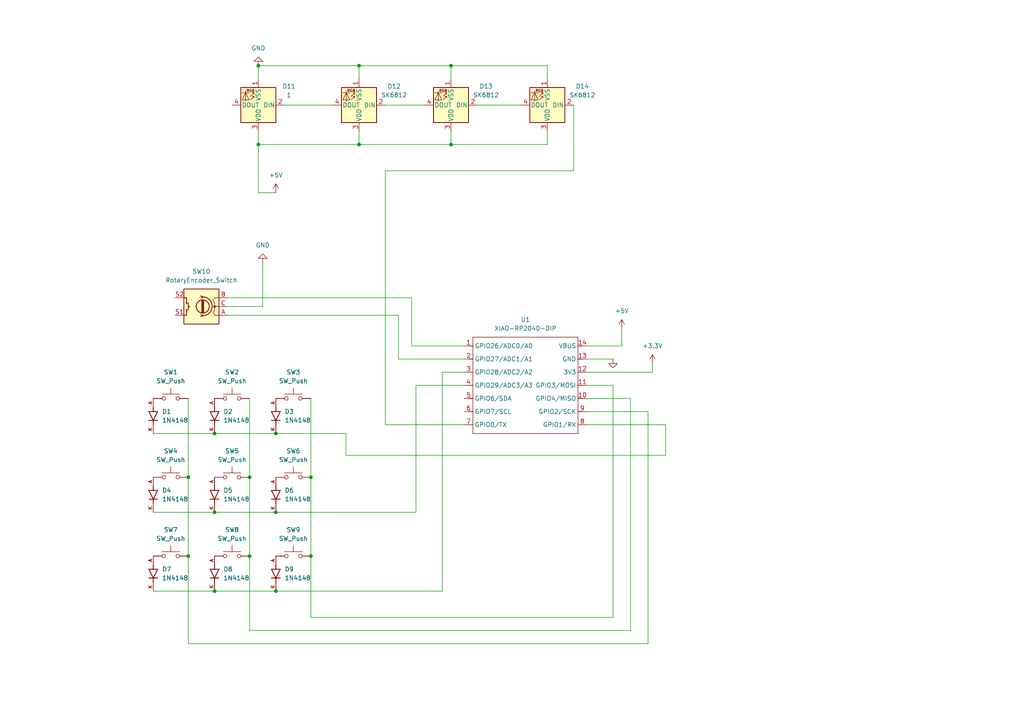
<source format=kicad_sch>
(kicad_sch
	(version 20250114)
	(generator "eeschema")
	(generator_version "9.0")
	(uuid "96baa4ca-0c96-4028-a1d0-3f399f448bed")
	(paper "A4")
	(lib_symbols
		(symbol "1N4148.zip:1N4148"
			(pin_names
				(offset 1.016)
			)
			(exclude_from_sim no)
			(in_bom yes)
			(on_board yes)
			(property "Reference" "D"
				(at -5.08 2.54 0)
				(effects
					(font
						(size 1.27 1.27)
					)
					(justify left bottom)
				)
			)
			(property "Value" "1N4148"
				(at -5.08 -3.81 0)
				(effects
					(font
						(size 1.27 1.27)
					)
					(justify left bottom)
				)
			)
			(property "Footprint" "1N4148:DIOAD753W49L380D172B"
				(at 0 0 0)
				(effects
					(font
						(size 1.27 1.27)
					)
					(justify bottom)
					(hide yes)
				)
			)
			(property "Datasheet" ""
				(at 0 0 0)
				(effects
					(font
						(size 1.27 1.27)
					)
					(hide yes)
				)
			)
			(property "Description" ""
				(at 0 0 0)
				(effects
					(font
						(size 1.27 1.27)
					)
					(hide yes)
				)
			)
			(property "MF" "onsemi"
				(at 0 0 0)
				(effects
					(font
						(size 1.27 1.27)
					)
					(justify bottom)
					(hide yes)
				)
			)
			(property "MAXIMUM_PACKAGE_HEIGHT" "1.91mm"
				(at 0 0 0)
				(effects
					(font
						(size 1.27 1.27)
					)
					(justify bottom)
					(hide yes)
				)
			)
			(property "Package" "AXIAL LEAD-2 ON Semiconductor"
				(at 0 0 0)
				(effects
					(font
						(size 1.27 1.27)
					)
					(justify bottom)
					(hide yes)
				)
			)
			(property "Price" "None"
				(at 0 0 0)
				(effects
					(font
						(size 1.27 1.27)
					)
					(justify bottom)
					(hide yes)
				)
			)
			(property "Check_prices" "https://www.snapeda.com/parts/1N4148/Onsemi/view-part/?ref=eda"
				(at 0 0 0)
				(effects
					(font
						(size 1.27 1.27)
					)
					(justify bottom)
					(hide yes)
				)
			)
			(property "STANDARD" "IPC-7351B"
				(at 0 0 0)
				(effects
					(font
						(size 1.27 1.27)
					)
					(justify bottom)
					(hide yes)
				)
			)
			(property "PARTREV" "5"
				(at 0 0 0)
				(effects
					(font
						(size 1.27 1.27)
					)
					(justify bottom)
					(hide yes)
				)
			)
			(property "SnapEDA_Link" "https://www.snapeda.com/parts/1N4148/Onsemi/view-part/?ref=snap"
				(at 0 0 0)
				(effects
					(font
						(size 1.27 1.27)
					)
					(justify bottom)
					(hide yes)
				)
			)
			(property "MP" "1N4148"
				(at 0 0 0)
				(effects
					(font
						(size 1.27 1.27)
					)
					(justify bottom)
					(hide yes)
				)
			)
			(property "Description_1" "Diode Standard 75V 200mA Surface Mount SOD-523F"
				(at 0 0 0)
				(effects
					(font
						(size 1.27 1.27)
					)
					(justify bottom)
					(hide yes)
				)
			)
			(property "Availability" "In Stock"
				(at 0 0 0)
				(effects
					(font
						(size 1.27 1.27)
					)
					(justify bottom)
					(hide yes)
				)
			)
			(property "MANUFACTURER" "Onsemi"
				(at 0 0 0)
				(effects
					(font
						(size 1.27 1.27)
					)
					(justify bottom)
					(hide yes)
				)
			)
			(symbol "1N4148_0_0"
				(polyline
					(pts
						(xy -2.54 0) (xy -1.27 0)
					)
					(stroke
						(width 0.254)
						(type default)
					)
					(fill
						(type none)
					)
				)
				(polyline
					(pts
						(xy -1.27 1.27) (xy -1.27 0)
					)
					(stroke
						(width 0.254)
						(type default)
					)
					(fill
						(type none)
					)
				)
				(polyline
					(pts
						(xy -1.27 0) (xy -1.27 -1.27)
					)
					(stroke
						(width 0.254)
						(type default)
					)
					(fill
						(type none)
					)
				)
				(polyline
					(pts
						(xy -1.27 -1.27) (xy 1.27 0)
					)
					(stroke
						(width 0.254)
						(type default)
					)
					(fill
						(type none)
					)
				)
				(polyline
					(pts
						(xy 1.27 1.27) (xy 1.27 0)
					)
					(stroke
						(width 0.254)
						(type default)
					)
					(fill
						(type none)
					)
				)
				(polyline
					(pts
						(xy 1.27 0) (xy -1.27 1.27)
					)
					(stroke
						(width 0.254)
						(type default)
					)
					(fill
						(type none)
					)
				)
				(polyline
					(pts
						(xy 1.27 0) (xy 1.27 -1.27)
					)
					(stroke
						(width 0.254)
						(type default)
					)
					(fill
						(type none)
					)
				)
				(polyline
					(pts
						(xy 1.27 0) (xy 2.54 0)
					)
					(stroke
						(width 0.254)
						(type default)
					)
					(fill
						(type none)
					)
				)
				(pin passive line
					(at -5.08 0 0)
					(length 2.54)
					(name "~"
						(effects
							(font
								(size 1.016 1.016)
							)
						)
					)
					(number "A"
						(effects
							(font
								(size 1.016 1.016)
							)
						)
					)
				)
				(pin passive line
					(at 5.08 0 180)
					(length 2.54)
					(name "~"
						(effects
							(font
								(size 1.016 1.016)
							)
						)
					)
					(number "K"
						(effects
							(font
								(size 1.016 1.016)
							)
						)
					)
				)
			)
			(embedded_fonts no)
		)
		(symbol "Device:RotaryEncoder_Switch"
			(pin_names
				(offset 0.254)
				(hide yes)
			)
			(exclude_from_sim no)
			(in_bom yes)
			(on_board yes)
			(property "Reference" "SW"
				(at 0 6.604 0)
				(effects
					(font
						(size 1.27 1.27)
					)
				)
			)
			(property "Value" "RotaryEncoder_Switch"
				(at 0 -6.604 0)
				(effects
					(font
						(size 1.27 1.27)
					)
				)
			)
			(property "Footprint" ""
				(at -3.81 4.064 0)
				(effects
					(font
						(size 1.27 1.27)
					)
					(hide yes)
				)
			)
			(property "Datasheet" "~"
				(at 0 6.604 0)
				(effects
					(font
						(size 1.27 1.27)
					)
					(hide yes)
				)
			)
			(property "Description" "Rotary encoder, dual channel, incremental quadrate outputs, with switch"
				(at 0 0 0)
				(effects
					(font
						(size 1.27 1.27)
					)
					(hide yes)
				)
			)
			(property "ki_keywords" "rotary switch encoder switch push button"
				(at 0 0 0)
				(effects
					(font
						(size 1.27 1.27)
					)
					(hide yes)
				)
			)
			(property "ki_fp_filters" "RotaryEncoder*Switch*"
				(at 0 0 0)
				(effects
					(font
						(size 1.27 1.27)
					)
					(hide yes)
				)
			)
			(symbol "RotaryEncoder_Switch_0_1"
				(rectangle
					(start -5.08 5.08)
					(end 5.08 -5.08)
					(stroke
						(width 0.254)
						(type default)
					)
					(fill
						(type background)
					)
				)
				(polyline
					(pts
						(xy -5.08 2.54) (xy -3.81 2.54) (xy -3.81 2.032)
					)
					(stroke
						(width 0)
						(type default)
					)
					(fill
						(type none)
					)
				)
				(polyline
					(pts
						(xy -5.08 0) (xy -3.81 0) (xy -3.81 -1.016) (xy -3.302 -2.032)
					)
					(stroke
						(width 0)
						(type default)
					)
					(fill
						(type none)
					)
				)
				(polyline
					(pts
						(xy -5.08 -2.54) (xy -3.81 -2.54) (xy -3.81 -2.032)
					)
					(stroke
						(width 0)
						(type default)
					)
					(fill
						(type none)
					)
				)
				(polyline
					(pts
						(xy -4.318 0) (xy -3.81 0) (xy -3.81 1.016) (xy -3.302 2.032)
					)
					(stroke
						(width 0)
						(type default)
					)
					(fill
						(type none)
					)
				)
				(circle
					(center -3.81 0)
					(radius 0.254)
					(stroke
						(width 0)
						(type default)
					)
					(fill
						(type outline)
					)
				)
				(polyline
					(pts
						(xy -0.635 -1.778) (xy -0.635 1.778)
					)
					(stroke
						(width 0.254)
						(type default)
					)
					(fill
						(type none)
					)
				)
				(circle
					(center -0.381 0)
					(radius 1.905)
					(stroke
						(width 0.254)
						(type default)
					)
					(fill
						(type none)
					)
				)
				(polyline
					(pts
						(xy -0.381 -1.778) (xy -0.381 1.778)
					)
					(stroke
						(width 0.254)
						(type default)
					)
					(fill
						(type none)
					)
				)
				(arc
					(start -0.381 -2.794)
					(mid -3.0988 -0.0635)
					(end -0.381 2.667)
					(stroke
						(width 0.254)
						(type default)
					)
					(fill
						(type none)
					)
				)
				(polyline
					(pts
						(xy -0.127 1.778) (xy -0.127 -1.778)
					)
					(stroke
						(width 0.254)
						(type default)
					)
					(fill
						(type none)
					)
				)
				(polyline
					(pts
						(xy 0.254 2.921) (xy -0.508 2.667) (xy 0.127 2.286)
					)
					(stroke
						(width 0.254)
						(type default)
					)
					(fill
						(type none)
					)
				)
				(polyline
					(pts
						(xy 0.254 -3.048) (xy -0.508 -2.794) (xy 0.127 -2.413)
					)
					(stroke
						(width 0.254)
						(type default)
					)
					(fill
						(type none)
					)
				)
				(polyline
					(pts
						(xy 3.81 1.016) (xy 3.81 -1.016)
					)
					(stroke
						(width 0.254)
						(type default)
					)
					(fill
						(type none)
					)
				)
				(polyline
					(pts
						(xy 3.81 0) (xy 3.429 0)
					)
					(stroke
						(width 0.254)
						(type default)
					)
					(fill
						(type none)
					)
				)
				(circle
					(center 4.318 1.016)
					(radius 0.127)
					(stroke
						(width 0.254)
						(type default)
					)
					(fill
						(type none)
					)
				)
				(circle
					(center 4.318 -1.016)
					(radius 0.127)
					(stroke
						(width 0.254)
						(type default)
					)
					(fill
						(type none)
					)
				)
				(polyline
					(pts
						(xy 5.08 2.54) (xy 4.318 2.54) (xy 4.318 1.016)
					)
					(stroke
						(width 0.254)
						(type default)
					)
					(fill
						(type none)
					)
				)
				(polyline
					(pts
						(xy 5.08 -2.54) (xy 4.318 -2.54) (xy 4.318 -1.016)
					)
					(stroke
						(width 0.254)
						(type default)
					)
					(fill
						(type none)
					)
				)
			)
			(symbol "RotaryEncoder_Switch_1_1"
				(pin passive line
					(at -7.62 2.54 0)
					(length 2.54)
					(name "A"
						(effects
							(font
								(size 1.27 1.27)
							)
						)
					)
					(number "A"
						(effects
							(font
								(size 1.27 1.27)
							)
						)
					)
				)
				(pin passive line
					(at -7.62 0 0)
					(length 2.54)
					(name "C"
						(effects
							(font
								(size 1.27 1.27)
							)
						)
					)
					(number "C"
						(effects
							(font
								(size 1.27 1.27)
							)
						)
					)
				)
				(pin passive line
					(at -7.62 -2.54 0)
					(length 2.54)
					(name "B"
						(effects
							(font
								(size 1.27 1.27)
							)
						)
					)
					(number "B"
						(effects
							(font
								(size 1.27 1.27)
							)
						)
					)
				)
				(pin passive line
					(at 7.62 2.54 180)
					(length 2.54)
					(name "S1"
						(effects
							(font
								(size 1.27 1.27)
							)
						)
					)
					(number "S1"
						(effects
							(font
								(size 1.27 1.27)
							)
						)
					)
				)
				(pin passive line
					(at 7.62 -2.54 180)
					(length 2.54)
					(name "S2"
						(effects
							(font
								(size 1.27 1.27)
							)
						)
					)
					(number "S2"
						(effects
							(font
								(size 1.27 1.27)
							)
						)
					)
				)
			)
			(embedded_fonts no)
		)
		(symbol "LED:SK6812"
			(pin_names
				(offset 0.254)
			)
			(exclude_from_sim no)
			(in_bom yes)
			(on_board yes)
			(property "Reference" "D"
				(at 5.08 5.715 0)
				(effects
					(font
						(size 1.27 1.27)
					)
					(justify right bottom)
				)
			)
			(property "Value" "SK6812"
				(at 1.27 -5.715 0)
				(effects
					(font
						(size 1.27 1.27)
					)
					(justify left top)
				)
			)
			(property "Footprint" "LED_SMD:LED_SK6812_PLCC4_5.0x5.0mm_P3.2mm"
				(at 1.27 -7.62 0)
				(effects
					(font
						(size 1.27 1.27)
					)
					(justify left top)
					(hide yes)
				)
			)
			(property "Datasheet" "https://cdn-shop.adafruit.com/product-files/1138/SK6812+LED+datasheet+.pdf"
				(at 2.54 -9.525 0)
				(effects
					(font
						(size 1.27 1.27)
					)
					(justify left top)
					(hide yes)
				)
			)
			(property "Description" "RGB LED with integrated controller"
				(at 0 0 0)
				(effects
					(font
						(size 1.27 1.27)
					)
					(hide yes)
				)
			)
			(property "ki_keywords" "RGB LED NeoPixel addressable"
				(at 0 0 0)
				(effects
					(font
						(size 1.27 1.27)
					)
					(hide yes)
				)
			)
			(property "ki_fp_filters" "LED*SK6812*PLCC*5.0x5.0mm*P3.2mm*"
				(at 0 0 0)
				(effects
					(font
						(size 1.27 1.27)
					)
					(hide yes)
				)
			)
			(symbol "SK6812_0_0"
				(text "RGB"
					(at 2.286 -4.191 0)
					(effects
						(font
							(size 0.762 0.762)
						)
					)
				)
			)
			(symbol "SK6812_0_1"
				(polyline
					(pts
						(xy 1.27 -2.54) (xy 1.778 -2.54)
					)
					(stroke
						(width 0)
						(type default)
					)
					(fill
						(type none)
					)
				)
				(polyline
					(pts
						(xy 1.27 -3.556) (xy 1.778 -3.556)
					)
					(stroke
						(width 0)
						(type default)
					)
					(fill
						(type none)
					)
				)
				(polyline
					(pts
						(xy 2.286 -1.524) (xy 1.27 -2.54) (xy 1.27 -2.032)
					)
					(stroke
						(width 0)
						(type default)
					)
					(fill
						(type none)
					)
				)
				(polyline
					(pts
						(xy 2.286 -2.54) (xy 1.27 -3.556) (xy 1.27 -3.048)
					)
					(stroke
						(width 0)
						(type default)
					)
					(fill
						(type none)
					)
				)
				(polyline
					(pts
						(xy 3.683 -1.016) (xy 3.683 -3.556) (xy 3.683 -4.064)
					)
					(stroke
						(width 0)
						(type default)
					)
					(fill
						(type none)
					)
				)
				(polyline
					(pts
						(xy 4.699 -1.524) (xy 2.667 -1.524) (xy 3.683 -3.556) (xy 4.699 -1.524)
					)
					(stroke
						(width 0)
						(type default)
					)
					(fill
						(type none)
					)
				)
				(polyline
					(pts
						(xy 4.699 -3.556) (xy 2.667 -3.556)
					)
					(stroke
						(width 0)
						(type default)
					)
					(fill
						(type none)
					)
				)
				(rectangle
					(start 5.08 5.08)
					(end -5.08 -5.08)
					(stroke
						(width 0.254)
						(type default)
					)
					(fill
						(type background)
					)
				)
			)
			(symbol "SK6812_1_1"
				(pin input line
					(at -7.62 0 0)
					(length 2.54)
					(name "DIN"
						(effects
							(font
								(size 1.27 1.27)
							)
						)
					)
					(number "2"
						(effects
							(font
								(size 1.27 1.27)
							)
						)
					)
				)
				(pin power_in line
					(at 0 7.62 270)
					(length 2.54)
					(name "VDD"
						(effects
							(font
								(size 1.27 1.27)
							)
						)
					)
					(number "3"
						(effects
							(font
								(size 1.27 1.27)
							)
						)
					)
				)
				(pin power_in line
					(at 0 -7.62 90)
					(length 2.54)
					(name "VSS"
						(effects
							(font
								(size 1.27 1.27)
							)
						)
					)
					(number "1"
						(effects
							(font
								(size 1.27 1.27)
							)
						)
					)
				)
				(pin output line
					(at 7.62 0 180)
					(length 2.54)
					(name "DOUT"
						(effects
							(font
								(size 1.27 1.27)
							)
						)
					)
					(number "4"
						(effects
							(font
								(size 1.27 1.27)
							)
						)
					)
				)
			)
			(embedded_fonts no)
		)
		(symbol "OPL_KiCAD_Lib:XIAO-RP2040-DIP"
			(exclude_from_sim no)
			(in_bom yes)
			(on_board yes)
			(property "Reference" "U"
				(at 0 0 0)
				(effects
					(font
						(size 1.27 1.27)
					)
				)
			)
			(property "Value" "XIAO-RP2040-DIP"
				(at 5.334 -1.778 0)
				(effects
					(font
						(size 1.27 1.27)
					)
				)
			)
			(property "Footprint" "Module:MOUDLE14P-XIAO-DIP-SMD"
				(at 14.478 -32.258 0)
				(effects
					(font
						(size 1.27 1.27)
					)
					(hide yes)
				)
			)
			(property "Datasheet" ""
				(at 0 0 0)
				(effects
					(font
						(size 1.27 1.27)
					)
					(hide yes)
				)
			)
			(property "Description" ""
				(at 0 0 0)
				(effects
					(font
						(size 1.27 1.27)
					)
					(hide yes)
				)
			)
			(symbol "XIAO-RP2040-DIP_1_0"
				(polyline
					(pts
						(xy -1.27 -2.54) (xy 29.21 -2.54)
					)
					(stroke
						(width 0.1524)
						(type solid)
					)
					(fill
						(type none)
					)
				)
				(polyline
					(pts
						(xy -1.27 -5.08) (xy -2.54 -5.08)
					)
					(stroke
						(width 0.1524)
						(type solid)
					)
					(fill
						(type none)
					)
				)
				(polyline
					(pts
						(xy -1.27 -5.08) (xy -1.27 -2.54)
					)
					(stroke
						(width 0.1524)
						(type solid)
					)
					(fill
						(type none)
					)
				)
				(polyline
					(pts
						(xy -1.27 -8.89) (xy -2.54 -8.89)
					)
					(stroke
						(width 0.1524)
						(type solid)
					)
					(fill
						(type none)
					)
				)
				(polyline
					(pts
						(xy -1.27 -8.89) (xy -1.27 -5.08)
					)
					(stroke
						(width 0.1524)
						(type solid)
					)
					(fill
						(type none)
					)
				)
				(polyline
					(pts
						(xy -1.27 -12.7) (xy -2.54 -12.7)
					)
					(stroke
						(width 0.1524)
						(type solid)
					)
					(fill
						(type none)
					)
				)
				(polyline
					(pts
						(xy -1.27 -12.7) (xy -1.27 -8.89)
					)
					(stroke
						(width 0.1524)
						(type solid)
					)
					(fill
						(type none)
					)
				)
				(polyline
					(pts
						(xy -1.27 -16.51) (xy -2.54 -16.51)
					)
					(stroke
						(width 0.1524)
						(type solid)
					)
					(fill
						(type none)
					)
				)
				(polyline
					(pts
						(xy -1.27 -16.51) (xy -1.27 -12.7)
					)
					(stroke
						(width 0.1524)
						(type solid)
					)
					(fill
						(type none)
					)
				)
				(polyline
					(pts
						(xy -1.27 -20.32) (xy -2.54 -20.32)
					)
					(stroke
						(width 0.1524)
						(type solid)
					)
					(fill
						(type none)
					)
				)
				(polyline
					(pts
						(xy -1.27 -24.13) (xy -2.54 -24.13)
					)
					(stroke
						(width 0.1524)
						(type solid)
					)
					(fill
						(type none)
					)
				)
				(polyline
					(pts
						(xy -1.27 -27.94) (xy -2.54 -27.94)
					)
					(stroke
						(width 0.1524)
						(type solid)
					)
					(fill
						(type none)
					)
				)
				(polyline
					(pts
						(xy -1.27 -30.48) (xy -1.27 -16.51)
					)
					(stroke
						(width 0.1524)
						(type solid)
					)
					(fill
						(type none)
					)
				)
				(polyline
					(pts
						(xy 29.21 -2.54) (xy 29.21 -5.08)
					)
					(stroke
						(width 0.1524)
						(type solid)
					)
					(fill
						(type none)
					)
				)
				(polyline
					(pts
						(xy 29.21 -5.08) (xy 29.21 -8.89)
					)
					(stroke
						(width 0.1524)
						(type solid)
					)
					(fill
						(type none)
					)
				)
				(polyline
					(pts
						(xy 29.21 -8.89) (xy 29.21 -12.7)
					)
					(stroke
						(width 0.1524)
						(type solid)
					)
					(fill
						(type none)
					)
				)
				(polyline
					(pts
						(xy 29.21 -12.7) (xy 29.21 -30.48)
					)
					(stroke
						(width 0.1524)
						(type solid)
					)
					(fill
						(type none)
					)
				)
				(polyline
					(pts
						(xy 29.21 -30.48) (xy -1.27 -30.48)
					)
					(stroke
						(width 0.1524)
						(type solid)
					)
					(fill
						(type none)
					)
				)
				(polyline
					(pts
						(xy 30.48 -5.08) (xy 29.21 -5.08)
					)
					(stroke
						(width 0.1524)
						(type solid)
					)
					(fill
						(type none)
					)
				)
				(polyline
					(pts
						(xy 30.48 -8.89) (xy 29.21 -8.89)
					)
					(stroke
						(width 0.1524)
						(type solid)
					)
					(fill
						(type none)
					)
				)
				(polyline
					(pts
						(xy 30.48 -12.7) (xy 29.21 -12.7)
					)
					(stroke
						(width 0.1524)
						(type solid)
					)
					(fill
						(type none)
					)
				)
				(polyline
					(pts
						(xy 30.48 -16.51) (xy 29.21 -16.51)
					)
					(stroke
						(width 0.1524)
						(type solid)
					)
					(fill
						(type none)
					)
				)
				(polyline
					(pts
						(xy 30.48 -20.32) (xy 29.21 -20.32)
					)
					(stroke
						(width 0.1524)
						(type solid)
					)
					(fill
						(type none)
					)
				)
				(polyline
					(pts
						(xy 30.48 -24.13) (xy 29.21 -24.13)
					)
					(stroke
						(width 0.1524)
						(type solid)
					)
					(fill
						(type none)
					)
				)
				(polyline
					(pts
						(xy 30.48 -27.94) (xy 29.21 -27.94)
					)
					(stroke
						(width 0.1524)
						(type solid)
					)
					(fill
						(type none)
					)
				)
				(pin passive line
					(at -3.81 -5.08 0)
					(length 2.54)
					(name "GPIO26/ADC0/A0"
						(effects
							(font
								(size 1.27 1.27)
							)
						)
					)
					(number "1"
						(effects
							(font
								(size 1.27 1.27)
							)
						)
					)
				)
				(pin passive line
					(at -3.81 -8.89 0)
					(length 2.54)
					(name "GPIO27/ADC1/A1"
						(effects
							(font
								(size 1.27 1.27)
							)
						)
					)
					(number "2"
						(effects
							(font
								(size 1.27 1.27)
							)
						)
					)
				)
				(pin passive line
					(at -3.81 -12.7 0)
					(length 2.54)
					(name "GPIO28/ADC2/A2"
						(effects
							(font
								(size 1.27 1.27)
							)
						)
					)
					(number "3"
						(effects
							(font
								(size 1.27 1.27)
							)
						)
					)
				)
				(pin passive line
					(at -3.81 -16.51 0)
					(length 2.54)
					(name "GPIO29/ADC3/A3"
						(effects
							(font
								(size 1.27 1.27)
							)
						)
					)
					(number "4"
						(effects
							(font
								(size 1.27 1.27)
							)
						)
					)
				)
				(pin passive line
					(at -3.81 -20.32 0)
					(length 2.54)
					(name "GPIO6/SDA"
						(effects
							(font
								(size 1.27 1.27)
							)
						)
					)
					(number "5"
						(effects
							(font
								(size 1.27 1.27)
							)
						)
					)
				)
				(pin passive line
					(at -3.81 -24.13 0)
					(length 2.54)
					(name "GPIO7/SCL"
						(effects
							(font
								(size 1.27 1.27)
							)
						)
					)
					(number "6"
						(effects
							(font
								(size 1.27 1.27)
							)
						)
					)
				)
				(pin passive line
					(at -3.81 -27.94 0)
					(length 2.54)
					(name "GPIO0/TX"
						(effects
							(font
								(size 1.27 1.27)
							)
						)
					)
					(number "7"
						(effects
							(font
								(size 1.27 1.27)
							)
						)
					)
				)
				(pin passive line
					(at 31.75 -5.08 180)
					(length 2.54)
					(name "VBUS"
						(effects
							(font
								(size 1.27 1.27)
							)
						)
					)
					(number "14"
						(effects
							(font
								(size 1.27 1.27)
							)
						)
					)
				)
				(pin passive line
					(at 31.75 -8.89 180)
					(length 2.54)
					(name "GND"
						(effects
							(font
								(size 1.27 1.27)
							)
						)
					)
					(number "13"
						(effects
							(font
								(size 1.27 1.27)
							)
						)
					)
				)
				(pin passive line
					(at 31.75 -12.7 180)
					(length 2.54)
					(name "3V3"
						(effects
							(font
								(size 1.27 1.27)
							)
						)
					)
					(number "12"
						(effects
							(font
								(size 1.27 1.27)
							)
						)
					)
				)
				(pin passive line
					(at 31.75 -16.51 180)
					(length 2.54)
					(name "GPIO3/MOSI"
						(effects
							(font
								(size 1.27 1.27)
							)
						)
					)
					(number "11"
						(effects
							(font
								(size 1.27 1.27)
							)
						)
					)
				)
				(pin passive line
					(at 31.75 -20.32 180)
					(length 2.54)
					(name "GPIO4/MISO"
						(effects
							(font
								(size 1.27 1.27)
							)
						)
					)
					(number "10"
						(effects
							(font
								(size 1.27 1.27)
							)
						)
					)
				)
				(pin passive line
					(at 31.75 -24.13 180)
					(length 2.54)
					(name "GPIO2/SCK"
						(effects
							(font
								(size 1.27 1.27)
							)
						)
					)
					(number "9"
						(effects
							(font
								(size 1.27 1.27)
							)
						)
					)
				)
				(pin passive line
					(at 31.75 -27.94 180)
					(length 2.54)
					(name "GPIO1/RX"
						(effects
							(font
								(size 1.27 1.27)
							)
						)
					)
					(number "8"
						(effects
							(font
								(size 1.27 1.27)
							)
						)
					)
				)
			)
			(embedded_fonts no)
		)
		(symbol "Switch:SW_Push"
			(pin_numbers
				(hide yes)
			)
			(pin_names
				(offset 1.016)
				(hide yes)
			)
			(exclude_from_sim no)
			(in_bom yes)
			(on_board yes)
			(property "Reference" "SW"
				(at 1.27 2.54 0)
				(effects
					(font
						(size 1.27 1.27)
					)
					(justify left)
				)
			)
			(property "Value" "SW_Push"
				(at 0 -1.524 0)
				(effects
					(font
						(size 1.27 1.27)
					)
				)
			)
			(property "Footprint" ""
				(at 0 5.08 0)
				(effects
					(font
						(size 1.27 1.27)
					)
					(hide yes)
				)
			)
			(property "Datasheet" "~"
				(at 0 5.08 0)
				(effects
					(font
						(size 1.27 1.27)
					)
					(hide yes)
				)
			)
			(property "Description" "Push button switch, generic, two pins"
				(at 0 0 0)
				(effects
					(font
						(size 1.27 1.27)
					)
					(hide yes)
				)
			)
			(property "ki_keywords" "switch normally-open pushbutton push-button"
				(at 0 0 0)
				(effects
					(font
						(size 1.27 1.27)
					)
					(hide yes)
				)
			)
			(symbol "SW_Push_0_1"
				(circle
					(center -2.032 0)
					(radius 0.508)
					(stroke
						(width 0)
						(type default)
					)
					(fill
						(type none)
					)
				)
				(polyline
					(pts
						(xy 0 1.27) (xy 0 3.048)
					)
					(stroke
						(width 0)
						(type default)
					)
					(fill
						(type none)
					)
				)
				(circle
					(center 2.032 0)
					(radius 0.508)
					(stroke
						(width 0)
						(type default)
					)
					(fill
						(type none)
					)
				)
				(polyline
					(pts
						(xy 2.54 1.27) (xy -2.54 1.27)
					)
					(stroke
						(width 0)
						(type default)
					)
					(fill
						(type none)
					)
				)
				(pin passive line
					(at -5.08 0 0)
					(length 2.54)
					(name "1"
						(effects
							(font
								(size 1.27 1.27)
							)
						)
					)
					(number "1"
						(effects
							(font
								(size 1.27 1.27)
							)
						)
					)
				)
				(pin passive line
					(at 5.08 0 180)
					(length 2.54)
					(name "2"
						(effects
							(font
								(size 1.27 1.27)
							)
						)
					)
					(number "2"
						(effects
							(font
								(size 1.27 1.27)
							)
						)
					)
				)
			)
			(embedded_fonts no)
		)
		(symbol "power:+3.3V"
			(power)
			(pin_numbers
				(hide yes)
			)
			(pin_names
				(offset 0)
				(hide yes)
			)
			(exclude_from_sim no)
			(in_bom yes)
			(on_board yes)
			(property "Reference" "#PWR"
				(at 0 -3.81 0)
				(effects
					(font
						(size 1.27 1.27)
					)
					(hide yes)
				)
			)
			(property "Value" "+3.3V"
				(at 0 3.556 0)
				(effects
					(font
						(size 1.27 1.27)
					)
				)
			)
			(property "Footprint" ""
				(at 0 0 0)
				(effects
					(font
						(size 1.27 1.27)
					)
					(hide yes)
				)
			)
			(property "Datasheet" ""
				(at 0 0 0)
				(effects
					(font
						(size 1.27 1.27)
					)
					(hide yes)
				)
			)
			(property "Description" "Power symbol creates a global label with name \"+3.3V\""
				(at 0 0 0)
				(effects
					(font
						(size 1.27 1.27)
					)
					(hide yes)
				)
			)
			(property "ki_keywords" "global power"
				(at 0 0 0)
				(effects
					(font
						(size 1.27 1.27)
					)
					(hide yes)
				)
			)
			(symbol "+3.3V_0_1"
				(polyline
					(pts
						(xy -0.762 1.27) (xy 0 2.54)
					)
					(stroke
						(width 0)
						(type default)
					)
					(fill
						(type none)
					)
				)
				(polyline
					(pts
						(xy 0 2.54) (xy 0.762 1.27)
					)
					(stroke
						(width 0)
						(type default)
					)
					(fill
						(type none)
					)
				)
				(polyline
					(pts
						(xy 0 0) (xy 0 2.54)
					)
					(stroke
						(width 0)
						(type default)
					)
					(fill
						(type none)
					)
				)
			)
			(symbol "+3.3V_1_1"
				(pin power_in line
					(at 0 0 90)
					(length 0)
					(name "~"
						(effects
							(font
								(size 1.27 1.27)
							)
						)
					)
					(number "1"
						(effects
							(font
								(size 1.27 1.27)
							)
						)
					)
				)
			)
			(embedded_fonts no)
		)
		(symbol "power:+5V"
			(power)
			(pin_numbers
				(hide yes)
			)
			(pin_names
				(offset 0)
				(hide yes)
			)
			(exclude_from_sim no)
			(in_bom yes)
			(on_board yes)
			(property "Reference" "#PWR"
				(at 0 -3.81 0)
				(effects
					(font
						(size 1.27 1.27)
					)
					(hide yes)
				)
			)
			(property "Value" "+5V"
				(at 0 3.556 0)
				(effects
					(font
						(size 1.27 1.27)
					)
				)
			)
			(property "Footprint" ""
				(at 0 0 0)
				(effects
					(font
						(size 1.27 1.27)
					)
					(hide yes)
				)
			)
			(property "Datasheet" ""
				(at 0 0 0)
				(effects
					(font
						(size 1.27 1.27)
					)
					(hide yes)
				)
			)
			(property "Description" "Power symbol creates a global label with name \"+5V\""
				(at 0 0 0)
				(effects
					(font
						(size 1.27 1.27)
					)
					(hide yes)
				)
			)
			(property "ki_keywords" "global power"
				(at 0 0 0)
				(effects
					(font
						(size 1.27 1.27)
					)
					(hide yes)
				)
			)
			(symbol "+5V_0_1"
				(polyline
					(pts
						(xy -0.762 1.27) (xy 0 2.54)
					)
					(stroke
						(width 0)
						(type default)
					)
					(fill
						(type none)
					)
				)
				(polyline
					(pts
						(xy 0 2.54) (xy 0.762 1.27)
					)
					(stroke
						(width 0)
						(type default)
					)
					(fill
						(type none)
					)
				)
				(polyline
					(pts
						(xy 0 0) (xy 0 2.54)
					)
					(stroke
						(width 0)
						(type default)
					)
					(fill
						(type none)
					)
				)
			)
			(symbol "+5V_1_1"
				(pin power_in line
					(at 0 0 90)
					(length 0)
					(name "~"
						(effects
							(font
								(size 1.27 1.27)
							)
						)
					)
					(number "1"
						(effects
							(font
								(size 1.27 1.27)
							)
						)
					)
				)
			)
			(embedded_fonts no)
		)
		(symbol "power:GND"
			(power)
			(pin_numbers
				(hide yes)
			)
			(pin_names
				(offset 0)
				(hide yes)
			)
			(exclude_from_sim no)
			(in_bom yes)
			(on_board yes)
			(property "Reference" "#PWR"
				(at 0 -6.35 0)
				(effects
					(font
						(size 1.27 1.27)
					)
					(hide yes)
				)
			)
			(property "Value" "GND"
				(at 0 -3.81 0)
				(effects
					(font
						(size 1.27 1.27)
					)
				)
			)
			(property "Footprint" ""
				(at 0 0 0)
				(effects
					(font
						(size 1.27 1.27)
					)
					(hide yes)
				)
			)
			(property "Datasheet" ""
				(at 0 0 0)
				(effects
					(font
						(size 1.27 1.27)
					)
					(hide yes)
				)
			)
			(property "Description" "Power symbol creates a global label with name \"GND\" , ground"
				(at 0 0 0)
				(effects
					(font
						(size 1.27 1.27)
					)
					(hide yes)
				)
			)
			(property "ki_keywords" "global power"
				(at 0 0 0)
				(effects
					(font
						(size 1.27 1.27)
					)
					(hide yes)
				)
			)
			(symbol "GND_0_1"
				(polyline
					(pts
						(xy 0 0) (xy 0 -1.27) (xy 1.27 -1.27) (xy 0 -2.54) (xy -1.27 -1.27) (xy 0 -1.27)
					)
					(stroke
						(width 0)
						(type default)
					)
					(fill
						(type none)
					)
				)
			)
			(symbol "GND_1_1"
				(pin power_in line
					(at 0 0 270)
					(length 0)
					(name "~"
						(effects
							(font
								(size 1.27 1.27)
							)
						)
					)
					(number "1"
						(effects
							(font
								(size 1.27 1.27)
							)
						)
					)
				)
			)
			(embedded_fonts no)
		)
	)
	(junction
		(at 72.39 161.29)
		(diameter 0)
		(color 0 0 0 0)
		(uuid "2130030c-33c6-4fd5-ba71-530af7b53b9a")
	)
	(junction
		(at 62.23 171.45)
		(diameter 0)
		(color 0 0 0 0)
		(uuid "3d273dc5-2dc9-4c85-bfdb-d6b3981e2156")
	)
	(junction
		(at 80.01 171.45)
		(diameter 0)
		(color 0 0 0 0)
		(uuid "539094b1-f07b-4015-b5b1-21ae2142e553")
	)
	(junction
		(at 130.81 41.91)
		(diameter 0)
		(color 0 0 0 0)
		(uuid "600050a2-81ae-437a-be03-2bd9af81e35e")
	)
	(junction
		(at 130.81 19.05)
		(diameter 0)
		(color 0 0 0 0)
		(uuid "756a2847-714b-4a79-aef6-c5b6f59c85dc")
	)
	(junction
		(at 74.93 19.05)
		(diameter 0)
		(color 0 0 0 0)
		(uuid "79cc615a-e595-4671-b3ef-c2737699cd2f")
	)
	(junction
		(at 90.17 138.43)
		(diameter 0)
		(color 0 0 0 0)
		(uuid "7aec94bd-6066-401c-b67e-675ce8bb323e")
	)
	(junction
		(at 62.23 125.73)
		(diameter 0)
		(color 0 0 0 0)
		(uuid "8a88b287-fadb-4b55-a246-ea00d6f2f524")
	)
	(junction
		(at 54.61 138.43)
		(diameter 0)
		(color 0 0 0 0)
		(uuid "972a0fe0-2e72-4ebf-8346-859a9a785929")
	)
	(junction
		(at 62.23 148.59)
		(diameter 0)
		(color 0 0 0 0)
		(uuid "c18a82fc-065c-4383-a819-8b31c459504a")
	)
	(junction
		(at 72.39 138.43)
		(diameter 0)
		(color 0 0 0 0)
		(uuid "c76b8421-9aff-4513-a35d-4a8674b790f5")
	)
	(junction
		(at 80.01 125.73)
		(diameter 0)
		(color 0 0 0 0)
		(uuid "d5326cb6-bdbd-4b03-b876-e873eac1e493")
	)
	(junction
		(at 54.61 161.29)
		(diameter 0)
		(color 0 0 0 0)
		(uuid "e7518089-b2ea-4793-9ce9-58ef6487e009")
	)
	(junction
		(at 74.93 41.91)
		(diameter 0)
		(color 0 0 0 0)
		(uuid "e84e8c70-a712-4549-943b-918da9330525")
	)
	(junction
		(at 104.14 41.91)
		(diameter 0)
		(color 0 0 0 0)
		(uuid "eabac8d2-6792-4c27-98e9-1ef342f4305e")
	)
	(junction
		(at 90.17 161.29)
		(diameter 0)
		(color 0 0 0 0)
		(uuid "eff597c2-bded-489d-bdcb-feb8371727e9")
	)
	(junction
		(at 80.01 148.59)
		(diameter 0)
		(color 0 0 0 0)
		(uuid "f1b9d013-04f0-413c-b4b1-5c32e9916ab4")
	)
	(junction
		(at 104.14 19.05)
		(diameter 0)
		(color 0 0 0 0)
		(uuid "f3fc3499-5a9d-4c75-a76b-8f2ce41b6c0d")
	)
	(wire
		(pts
			(xy 76.2 76.2) (xy 76.2 88.9)
		)
		(stroke
			(width 0)
			(type default)
		)
		(uuid "01601efd-85b5-4df6-aa50-4884d1175179")
	)
	(wire
		(pts
			(xy 189.23 107.95) (xy 170.18 107.95)
		)
		(stroke
			(width 0)
			(type default)
		)
		(uuid "05baf354-b4c7-4155-a4d8-0da3ce37c75c")
	)
	(wire
		(pts
			(xy 130.81 19.05) (xy 158.75 19.05)
		)
		(stroke
			(width 0)
			(type default)
		)
		(uuid "0cff995d-367f-4a34-8124-935b4e8d3081")
	)
	(wire
		(pts
			(xy 177.8 104.14) (xy 170.18 104.14)
		)
		(stroke
			(width 0)
			(type default)
		)
		(uuid "123a30fd-b10f-4579-885b-91ad0beb3395")
	)
	(wire
		(pts
			(xy 44.45 125.73) (xy 62.23 125.73)
		)
		(stroke
			(width 0)
			(type default)
		)
		(uuid "137874c9-06d6-41cc-85c4-0d06755bd348")
	)
	(wire
		(pts
			(xy 104.14 38.1) (xy 104.14 41.91)
		)
		(stroke
			(width 0)
			(type default)
		)
		(uuid "161a1434-9715-4701-a21b-97ec0b9e8569")
	)
	(wire
		(pts
			(xy 54.61 138.43) (xy 54.61 161.29)
		)
		(stroke
			(width 0)
			(type default)
		)
		(uuid "16f2b938-c578-4dc7-b833-ddfd0ae511bd")
	)
	(wire
		(pts
			(xy 187.96 186.69) (xy 187.96 119.38)
		)
		(stroke
			(width 0)
			(type default)
		)
		(uuid "173ee060-4801-4a06-bff3-545474781800")
	)
	(wire
		(pts
			(xy 62.23 148.59) (xy 80.01 148.59)
		)
		(stroke
			(width 0)
			(type default)
		)
		(uuid "17f3ebb2-e79d-49f7-95de-4b9bc9a569ab")
	)
	(wire
		(pts
			(xy 62.23 171.45) (xy 80.01 171.45)
		)
		(stroke
			(width 0)
			(type default)
		)
		(uuid "1826915a-361e-4721-8f91-fc6fb16952fd")
	)
	(wire
		(pts
			(xy 193.04 123.19) (xy 193.04 132.08)
		)
		(stroke
			(width 0)
			(type default)
		)
		(uuid "202a699a-ec4d-4029-92d7-d056da8d8fff")
	)
	(wire
		(pts
			(xy 80.01 171.45) (xy 128.27 171.45)
		)
		(stroke
			(width 0)
			(type default)
		)
		(uuid "255b4153-d48f-4707-8e67-4efecef412b8")
	)
	(wire
		(pts
			(xy 115.57 104.14) (xy 134.62 104.14)
		)
		(stroke
			(width 0)
			(type default)
		)
		(uuid "28c4813b-c1cc-474c-8ce0-66447b6641ba")
	)
	(wire
		(pts
			(xy 170.18 123.19) (xy 193.04 123.19)
		)
		(stroke
			(width 0)
			(type default)
		)
		(uuid "2cb32191-6da3-44f7-b8e4-d6fc7932523d")
	)
	(wire
		(pts
			(xy 111.76 30.48) (xy 123.19 30.48)
		)
		(stroke
			(width 0)
			(type default)
		)
		(uuid "2d1c3ab6-a248-405f-b54d-1484cefc6abd")
	)
	(wire
		(pts
			(xy 90.17 161.29) (xy 90.17 179.07)
		)
		(stroke
			(width 0)
			(type default)
		)
		(uuid "2ee5cb9e-0fa7-4bac-b038-94e7bee22fc3")
	)
	(wire
		(pts
			(xy 177.8 179.07) (xy 177.8 111.76)
		)
		(stroke
			(width 0)
			(type default)
		)
		(uuid "30d2750d-6dde-42ff-b5dc-8485e605b8e8")
	)
	(wire
		(pts
			(xy 130.81 41.91) (xy 130.81 38.1)
		)
		(stroke
			(width 0)
			(type default)
		)
		(uuid "33f40875-864b-4183-a5f6-39c33fd6082f")
	)
	(wire
		(pts
			(xy 74.93 22.86) (xy 74.93 19.05)
		)
		(stroke
			(width 0)
			(type default)
		)
		(uuid "397dfd82-80e1-4edc-b501-673c8de91e29")
	)
	(wire
		(pts
			(xy 100.33 132.08) (xy 100.33 125.73)
		)
		(stroke
			(width 0)
			(type default)
		)
		(uuid "3cafe687-b35e-4e78-a955-bd755a08dd98")
	)
	(wire
		(pts
			(xy 104.14 41.91) (xy 74.93 41.91)
		)
		(stroke
			(width 0)
			(type default)
		)
		(uuid "3ed444f5-fe9b-4aec-aa73-eeffe34abe59")
	)
	(wire
		(pts
			(xy 138.43 30.48) (xy 151.13 30.48)
		)
		(stroke
			(width 0)
			(type default)
		)
		(uuid "3fbbdca6-a14a-48ea-8ae2-aab509c37577")
	)
	(wire
		(pts
			(xy 180.34 100.33) (xy 170.18 100.33)
		)
		(stroke
			(width 0)
			(type default)
		)
		(uuid "40b49486-2279-4e63-88fd-d9e1a35e16fe")
	)
	(wire
		(pts
			(xy 80.01 148.59) (xy 120.65 148.59)
		)
		(stroke
			(width 0)
			(type default)
		)
		(uuid "48266642-3895-443b-9709-f95b6a2a2a81")
	)
	(wire
		(pts
			(xy 166.37 49.53) (xy 111.76 49.53)
		)
		(stroke
			(width 0)
			(type default)
		)
		(uuid "519862bb-fffa-43f2-96ec-550beb8b4dea")
	)
	(wire
		(pts
			(xy 104.14 22.86) (xy 104.14 19.05)
		)
		(stroke
			(width 0)
			(type default)
		)
		(uuid "532e23c1-754f-46df-9f8e-c0208d30b99a")
	)
	(wire
		(pts
			(xy 177.8 111.76) (xy 170.18 111.76)
		)
		(stroke
			(width 0)
			(type default)
		)
		(uuid "53b9610a-8e3b-4063-b320-3fed96f9f7a2")
	)
	(wire
		(pts
			(xy 44.45 171.45) (xy 62.23 171.45)
		)
		(stroke
			(width 0)
			(type default)
		)
		(uuid "554d6773-2274-41ee-b71c-cb863581c7c4")
	)
	(wire
		(pts
			(xy 104.14 19.05) (xy 74.93 19.05)
		)
		(stroke
			(width 0)
			(type default)
		)
		(uuid "5a31c3d6-ec6a-46fd-92f9-1b9a0826661f")
	)
	(wire
		(pts
			(xy 158.75 22.86) (xy 158.75 19.05)
		)
		(stroke
			(width 0)
			(type default)
		)
		(uuid "5d8f2738-aa29-4f95-82ec-1db020c3a06c")
	)
	(wire
		(pts
			(xy 166.37 30.48) (xy 166.37 49.53)
		)
		(stroke
			(width 0)
			(type default)
		)
		(uuid "5fbdacfd-35d6-47c6-9f4d-ad5293b340ca")
	)
	(wire
		(pts
			(xy 74.93 41.91) (xy 74.93 38.1)
		)
		(stroke
			(width 0)
			(type default)
		)
		(uuid "61525428-7e9a-428f-9a91-14d23a83ae3a")
	)
	(wire
		(pts
			(xy 90.17 179.07) (xy 177.8 179.07)
		)
		(stroke
			(width 0)
			(type default)
		)
		(uuid "6a6b55cc-0ce5-4dfb-946e-594359449744")
	)
	(wire
		(pts
			(xy 76.2 88.9) (xy 66.04 88.9)
		)
		(stroke
			(width 0)
			(type default)
		)
		(uuid "6c9f6bea-0b6f-4ea4-bec9-b4fc2fcb749e")
	)
	(wire
		(pts
			(xy 72.39 115.57) (xy 72.39 138.43)
		)
		(stroke
			(width 0)
			(type default)
		)
		(uuid "6ddd3b21-ce19-46c8-a5c7-3a6b93fa1dc4")
	)
	(wire
		(pts
			(xy 120.65 111.76) (xy 134.62 111.76)
		)
		(stroke
			(width 0)
			(type default)
		)
		(uuid "7072c26d-0b0a-49e9-86ae-3ed7eb21030e")
	)
	(wire
		(pts
			(xy 72.39 138.43) (xy 72.39 161.29)
		)
		(stroke
			(width 0)
			(type default)
		)
		(uuid "71797735-be88-4fa9-8ed6-61919e5631f3")
	)
	(wire
		(pts
			(xy 119.38 86.36) (xy 119.38 100.33)
		)
		(stroke
			(width 0)
			(type default)
		)
		(uuid "76f52fda-2040-48f9-9678-87eb0c4fb71a")
	)
	(wire
		(pts
			(xy 128.27 107.95) (xy 134.62 107.95)
		)
		(stroke
			(width 0)
			(type default)
		)
		(uuid "796d013c-031f-4b28-a71b-492fb4cd8382")
	)
	(wire
		(pts
			(xy 44.45 148.59) (xy 62.23 148.59)
		)
		(stroke
			(width 0)
			(type default)
		)
		(uuid "7ee375d8-4d25-43e6-adea-ae29607ce29f")
	)
	(wire
		(pts
			(xy 90.17 138.43) (xy 90.17 161.29)
		)
		(stroke
			(width 0)
			(type default)
		)
		(uuid "8bf7d0a4-197b-4aa3-811c-917bd8a24bf4")
	)
	(wire
		(pts
			(xy 72.39 161.29) (xy 72.39 182.88)
		)
		(stroke
			(width 0)
			(type default)
		)
		(uuid "8f6fb6c7-b093-4224-88fb-0fd2659397f8")
	)
	(wire
		(pts
			(xy 54.61 186.69) (xy 187.96 186.69)
		)
		(stroke
			(width 0)
			(type default)
		)
		(uuid "8fb1eb6a-79e6-4e68-9e54-5069a76f5c18")
	)
	(wire
		(pts
			(xy 100.33 125.73) (xy 80.01 125.73)
		)
		(stroke
			(width 0)
			(type default)
		)
		(uuid "986c2b32-a07c-4f0d-be61-fad00de62e25")
	)
	(wire
		(pts
			(xy 111.76 49.53) (xy 111.76 123.19)
		)
		(stroke
			(width 0)
			(type default)
		)
		(uuid "9b754acd-fc1a-481b-8b33-11ae00b0359b")
	)
	(wire
		(pts
			(xy 182.88 182.88) (xy 182.88 115.57)
		)
		(stroke
			(width 0)
			(type default)
		)
		(uuid "9d7ccdd6-b1bf-4e74-a1d5-53e3c78a93e0")
	)
	(wire
		(pts
			(xy 130.81 19.05) (xy 130.81 22.86)
		)
		(stroke
			(width 0)
			(type default)
		)
		(uuid "a160253f-0c8c-4a21-9490-8163e2b19dfa")
	)
	(wire
		(pts
			(xy 128.27 107.95) (xy 128.27 171.45)
		)
		(stroke
			(width 0)
			(type default)
		)
		(uuid "a572a2f8-0d5c-4b46-9954-d4b117edcd63")
	)
	(wire
		(pts
			(xy 182.88 115.57) (xy 170.18 115.57)
		)
		(stroke
			(width 0)
			(type default)
		)
		(uuid "a8cf9fae-6a55-46ae-9f85-ce3d4b60c6a0")
	)
	(wire
		(pts
			(xy 62.23 125.73) (xy 80.01 125.73)
		)
		(stroke
			(width 0)
			(type default)
		)
		(uuid "a9e13ab8-8d9a-4f4d-b6b2-25931701f29e")
	)
	(wire
		(pts
			(xy 120.65 111.76) (xy 120.65 148.59)
		)
		(stroke
			(width 0)
			(type default)
		)
		(uuid "aa376cb6-4555-4adb-ba5e-af2815823eaa")
	)
	(wire
		(pts
			(xy 130.81 19.05) (xy 104.14 19.05)
		)
		(stroke
			(width 0)
			(type default)
		)
		(uuid "aef8d4a7-f3e4-4055-a6c9-d1c4f7648a45")
	)
	(wire
		(pts
			(xy 115.57 91.44) (xy 115.57 104.14)
		)
		(stroke
			(width 0)
			(type default)
		)
		(uuid "b244d460-d069-4918-abfa-7e0eec5c242f")
	)
	(wire
		(pts
			(xy 72.39 182.88) (xy 182.88 182.88)
		)
		(stroke
			(width 0)
			(type default)
		)
		(uuid "b5b5e296-b525-43a2-a794-b8e3a1d44bb8")
	)
	(wire
		(pts
			(xy 80.01 55.88) (xy 74.93 55.88)
		)
		(stroke
			(width 0)
			(type default)
		)
		(uuid "b9c24691-2255-4433-9883-56daca9d15b6")
	)
	(wire
		(pts
			(xy 111.76 123.19) (xy 134.62 123.19)
		)
		(stroke
			(width 0)
			(type default)
		)
		(uuid "c0849785-9719-4452-9ae6-12f597fea377")
	)
	(wire
		(pts
			(xy 90.17 115.57) (xy 90.17 138.43)
		)
		(stroke
			(width 0)
			(type default)
		)
		(uuid "c56e9344-2ce4-4726-a48d-dbba97edae8c")
	)
	(wire
		(pts
			(xy 180.34 95.25) (xy 180.34 100.33)
		)
		(stroke
			(width 0)
			(type default)
		)
		(uuid "ccbb64c9-bf65-46bb-bae1-1cf9a34d26f6")
	)
	(wire
		(pts
			(xy 193.04 132.08) (xy 100.33 132.08)
		)
		(stroke
			(width 0)
			(type default)
		)
		(uuid "cf8e9ce6-2121-4e0b-a0c8-5581770b7861")
	)
	(wire
		(pts
			(xy 74.93 41.91) (xy 74.93 55.88)
		)
		(stroke
			(width 0)
			(type default)
		)
		(uuid "d17b9047-a336-48f4-a134-aba4825791cf")
	)
	(wire
		(pts
			(xy 130.81 41.91) (xy 158.75 41.91)
		)
		(stroke
			(width 0)
			(type default)
		)
		(uuid "d17f0c1c-4dc5-4db8-937a-c672d039bf7c")
	)
	(wire
		(pts
			(xy 187.96 119.38) (xy 170.18 119.38)
		)
		(stroke
			(width 0)
			(type default)
		)
		(uuid "db44ccac-1e85-4bda-b260-7c0def853d75")
	)
	(wire
		(pts
			(xy 54.61 161.29) (xy 54.61 186.69)
		)
		(stroke
			(width 0)
			(type default)
		)
		(uuid "dd3f37e6-a3f1-4960-b2bb-94bb3a817adc")
	)
	(wire
		(pts
			(xy 82.55 30.48) (xy 96.52 30.48)
		)
		(stroke
			(width 0)
			(type default)
		)
		(uuid "e42f3117-d2a3-4cf6-935e-a4c336ea795c")
	)
	(wire
		(pts
			(xy 66.04 91.44) (xy 115.57 91.44)
		)
		(stroke
			(width 0)
			(type default)
		)
		(uuid "eb8fe444-0914-4386-a4af-f02cb742021f")
	)
	(wire
		(pts
			(xy 104.14 41.91) (xy 130.81 41.91)
		)
		(stroke
			(width 0)
			(type default)
		)
		(uuid "eda66418-65e9-46e1-ad18-3a83026e3789")
	)
	(wire
		(pts
			(xy 66.04 86.36) (xy 119.38 86.36)
		)
		(stroke
			(width 0)
			(type default)
		)
		(uuid "f19de133-1876-43a7-8399-938461c2b504")
	)
	(wire
		(pts
			(xy 189.23 105.41) (xy 189.23 107.95)
		)
		(stroke
			(width 0)
			(type default)
		)
		(uuid "f2c0e2b2-1808-43bd-97c5-b3eaf73cc388")
	)
	(wire
		(pts
			(xy 54.61 115.57) (xy 54.61 138.43)
		)
		(stroke
			(width 0)
			(type default)
		)
		(uuid "f2cb459e-cef0-475f-b40f-5c542aa7f8b0")
	)
	(wire
		(pts
			(xy 119.38 100.33) (xy 134.62 100.33)
		)
		(stroke
			(width 0)
			(type default)
		)
		(uuid "fb0929ef-497f-4ed6-bff9-39a8574edd01")
	)
	(wire
		(pts
			(xy 158.75 41.91) (xy 158.75 38.1)
		)
		(stroke
			(width 0)
			(type default)
		)
		(uuid "fe29b4ff-0bba-4edd-837a-b42718016153")
	)
	(symbol
		(lib_id "Switch:SW_Push")
		(at 85.09 161.29 0)
		(unit 1)
		(exclude_from_sim no)
		(in_bom yes)
		(on_board yes)
		(dnp no)
		(fields_autoplaced yes)
		(uuid "058014f9-a553-42e2-926b-8cbcf6fee1ac")
		(property "Reference" "SW9"
			(at 85.09 153.67 0)
			(effects
				(font
					(size 1.27 1.27)
				)
			)
		)
		(property "Value" "SW_Push"
			(at 85.09 156.21 0)
			(effects
				(font
					(size 1.27 1.27)
				)
			)
		)
		(property "Footprint" "Button_Switch_Keyboard:SW_Cherry_MX_1.00u_PCB"
			(at 85.09 156.21 0)
			(effects
				(font
					(size 1.27 1.27)
				)
				(hide yes)
			)
		)
		(property "Datasheet" "~"
			(at 85.09 156.21 0)
			(effects
				(font
					(size 1.27 1.27)
				)
				(hide yes)
			)
		)
		(property "Description" "Push button switch, generic, two pins"
			(at 85.09 161.29 0)
			(effects
				(font
					(size 1.27 1.27)
				)
				(hide yes)
			)
		)
		(pin "2"
			(uuid "72d30c7d-0ac8-4556-98dc-75b607c3a4a8")
		)
		(pin "1"
			(uuid "1e3348d9-a854-408f-9810-74425a0ace48")
		)
		(instances
			(project ""
				(path "/96baa4ca-0c96-4028-a1d0-3f399f448bed"
					(reference "SW9")
					(unit 1)
				)
			)
		)
	)
	(symbol
		(lib_id "Switch:SW_Push")
		(at 49.53 115.57 0)
		(unit 1)
		(exclude_from_sim no)
		(in_bom yes)
		(on_board yes)
		(dnp no)
		(fields_autoplaced yes)
		(uuid "148666ab-8dd2-4d30-99bf-c406d9641be4")
		(property "Reference" "SW1"
			(at 49.53 107.95 0)
			(effects
				(font
					(size 1.27 1.27)
				)
			)
		)
		(property "Value" "SW_Push"
			(at 49.53 110.49 0)
			(effects
				(font
					(size 1.27 1.27)
				)
			)
		)
		(property "Footprint" "Button_Switch_Keyboard:SW_Cherry_MX_1.00u_PCB"
			(at 49.53 110.49 0)
			(effects
				(font
					(size 1.27 1.27)
				)
				(hide yes)
			)
		)
		(property "Datasheet" "~"
			(at 49.53 110.49 0)
			(effects
				(font
					(size 1.27 1.27)
				)
				(hide yes)
			)
		)
		(property "Description" "Push button switch, generic, two pins"
			(at 49.53 115.57 0)
			(effects
				(font
					(size 1.27 1.27)
				)
				(hide yes)
			)
		)
		(pin "1"
			(uuid "7b100772-3a06-4fef-b84b-75d1b99c8ac6")
		)
		(pin "2"
			(uuid "4f30c743-baab-483b-8aa0-cbe6e9423c60")
		)
		(instances
			(project "hackpad"
				(path "/96baa4ca-0c96-4028-a1d0-3f399f448bed"
					(reference "SW1")
					(unit 1)
				)
			)
		)
	)
	(symbol
		(lib_id "Device:RotaryEncoder_Switch")
		(at 58.42 88.9 180)
		(unit 1)
		(exclude_from_sim no)
		(in_bom yes)
		(on_board yes)
		(dnp no)
		(fields_autoplaced yes)
		(uuid "1fd48a39-5689-4e0a-835e-4826dac57d3f")
		(property "Reference" "SW10"
			(at 58.42 78.74 0)
			(effects
				(font
					(size 1.27 1.27)
				)
			)
		)
		(property "Value" "RotaryEncoder_Switch"
			(at 58.42 81.28 0)
			(effects
				(font
					(size 1.27 1.27)
				)
			)
		)
		(property "Footprint" ""
			(at 62.23 92.964 0)
			(effects
				(font
					(size 1.27 1.27)
				)
				(hide yes)
			)
		)
		(property "Datasheet" "~"
			(at 58.42 95.504 0)
			(effects
				(font
					(size 1.27 1.27)
				)
				(hide yes)
			)
		)
		(property "Description" "Rotary encoder, dual channel, incremental quadrate outputs, with switch"
			(at 58.42 88.9 0)
			(effects
				(font
					(size 1.27 1.27)
				)
				(hide yes)
			)
		)
		(pin "C"
			(uuid "bda8ea46-b58c-4909-a3d0-f0d67fd178ae")
		)
		(pin "S2"
			(uuid "5be12bf1-ef80-45f7-8970-02d8f6f7548a")
		)
		(pin "A"
			(uuid "7114b9ce-fd8d-48a2-9485-77c652a92a62")
		)
		(pin "B"
			(uuid "dcc31642-18b6-416f-a169-8f62a0c8e9e2")
		)
		(pin "S1"
			(uuid "b7bb55a3-75ca-4250-a4ab-9f5f75a8f269")
		)
		(instances
			(project ""
				(path "/96baa4ca-0c96-4028-a1d0-3f399f448bed"
					(reference "SW10")
					(unit 1)
				)
			)
		)
	)
	(symbol
		(lib_id "Switch:SW_Push")
		(at 49.53 161.29 0)
		(unit 1)
		(exclude_from_sim no)
		(in_bom yes)
		(on_board yes)
		(dnp no)
		(fields_autoplaced yes)
		(uuid "2558c94b-a601-42c2-9233-857505a2a0aa")
		(property "Reference" "SW7"
			(at 49.53 153.67 0)
			(effects
				(font
					(size 1.27 1.27)
				)
			)
		)
		(property "Value" "SW_Push"
			(at 49.53 156.21 0)
			(effects
				(font
					(size 1.27 1.27)
				)
			)
		)
		(property "Footprint" "Button_Switch_Keyboard:SW_Cherry_MX_1.00u_PCB"
			(at 49.53 156.21 0)
			(effects
				(font
					(size 1.27 1.27)
				)
				(hide yes)
			)
		)
		(property "Datasheet" "~"
			(at 49.53 156.21 0)
			(effects
				(font
					(size 1.27 1.27)
				)
				(hide yes)
			)
		)
		(property "Description" "Push button switch, generic, two pins"
			(at 49.53 161.29 0)
			(effects
				(font
					(size 1.27 1.27)
				)
				(hide yes)
			)
		)
		(pin "1"
			(uuid "403edf68-6cbc-460d-8d8a-c73a5a95af97")
		)
		(pin "2"
			(uuid "2ed8de2e-74d0-47af-ba3a-b72707dce1d2")
		)
		(instances
			(project ""
				(path "/96baa4ca-0c96-4028-a1d0-3f399f448bed"
					(reference "SW7")
					(unit 1)
				)
			)
		)
	)
	(symbol
		(lib_id "power:+3.3V")
		(at 189.23 105.41 0)
		(unit 1)
		(exclude_from_sim no)
		(in_bom yes)
		(on_board yes)
		(dnp no)
		(fields_autoplaced yes)
		(uuid "2d3c4b55-356b-4687-9314-0c0f7024b954")
		(property "Reference" "#PWR01"
			(at 189.23 109.22 0)
			(effects
				(font
					(size 1.27 1.27)
				)
				(hide yes)
			)
		)
		(property "Value" "+3.3V"
			(at 189.23 100.33 0)
			(effects
				(font
					(size 1.27 1.27)
				)
			)
		)
		(property "Footprint" ""
			(at 189.23 105.41 0)
			(effects
				(font
					(size 1.27 1.27)
				)
				(hide yes)
			)
		)
		(property "Datasheet" ""
			(at 189.23 105.41 0)
			(effects
				(font
					(size 1.27 1.27)
				)
				(hide yes)
			)
		)
		(property "Description" "Power symbol creates a global label with name \"+3.3V\""
			(at 189.23 105.41 0)
			(effects
				(font
					(size 1.27 1.27)
				)
				(hide yes)
			)
		)
		(pin "1"
			(uuid "b0c56e51-9578-49f8-8ef9-17acaef62434")
		)
		(instances
			(project ""
				(path "/96baa4ca-0c96-4028-a1d0-3f399f448bed"
					(reference "#PWR01")
					(unit 1)
				)
			)
		)
	)
	(symbol
		(lib_id "Switch:SW_Push")
		(at 67.31 138.43 0)
		(unit 1)
		(exclude_from_sim no)
		(in_bom yes)
		(on_board yes)
		(dnp no)
		(fields_autoplaced yes)
		(uuid "2e495333-5c15-4d87-b3b9-eb522359a037")
		(property "Reference" "SW5"
			(at 67.31 130.81 0)
			(effects
				(font
					(size 1.27 1.27)
				)
			)
		)
		(property "Value" "SW_Push"
			(at 67.31 133.35 0)
			(effects
				(font
					(size 1.27 1.27)
				)
			)
		)
		(property "Footprint" "Button_Switch_Keyboard:SW_Cherry_MX_1.00u_PCB"
			(at 67.31 133.35 0)
			(effects
				(font
					(size 1.27 1.27)
				)
				(hide yes)
			)
		)
		(property "Datasheet" "~"
			(at 67.31 133.35 0)
			(effects
				(font
					(size 1.27 1.27)
				)
				(hide yes)
			)
		)
		(property "Description" "Push button switch, generic, two pins"
			(at 67.31 138.43 0)
			(effects
				(font
					(size 1.27 1.27)
				)
				(hide yes)
			)
		)
		(pin "1"
			(uuid "4d81c189-2a46-4076-a1e3-0d9f49735685")
		)
		(pin "2"
			(uuid "cda8fc0e-2d6b-47fb-8654-c1767bff6223")
		)
		(instances
			(project ""
				(path "/96baa4ca-0c96-4028-a1d0-3f399f448bed"
					(reference "SW5")
					(unit 1)
				)
			)
		)
	)
	(symbol
		(lib_id "Switch:SW_Push")
		(at 67.31 161.29 0)
		(unit 1)
		(exclude_from_sim no)
		(in_bom yes)
		(on_board yes)
		(dnp no)
		(fields_autoplaced yes)
		(uuid "30ec5286-3fe3-4dda-b8ef-e47746e731f5")
		(property "Reference" "SW8"
			(at 67.31 153.67 0)
			(effects
				(font
					(size 1.27 1.27)
				)
			)
		)
		(property "Value" "SW_Push"
			(at 67.31 156.21 0)
			(effects
				(font
					(size 1.27 1.27)
				)
			)
		)
		(property "Footprint" "Button_Switch_Keyboard:SW_Cherry_MX_1.00u_PCB"
			(at 67.31 156.21 0)
			(effects
				(font
					(size 1.27 1.27)
				)
				(hide yes)
			)
		)
		(property "Datasheet" "~"
			(at 67.31 156.21 0)
			(effects
				(font
					(size 1.27 1.27)
				)
				(hide yes)
			)
		)
		(property "Description" "Push button switch, generic, two pins"
			(at 67.31 161.29 0)
			(effects
				(font
					(size 1.27 1.27)
				)
				(hide yes)
			)
		)
		(pin "1"
			(uuid "2985870d-fb50-49d7-ab5d-4a23e04b26b8")
		)
		(pin "2"
			(uuid "afd51452-4a92-4207-8d2f-cf36f31e1d85")
		)
		(instances
			(project ""
				(path "/96baa4ca-0c96-4028-a1d0-3f399f448bed"
					(reference "SW8")
					(unit 1)
				)
			)
		)
	)
	(symbol
		(lib_id "power:GND")
		(at 177.8 104.14 0)
		(unit 1)
		(exclude_from_sim no)
		(in_bom yes)
		(on_board yes)
		(dnp no)
		(fields_autoplaced yes)
		(uuid "363630d9-f4f1-48bd-8704-73b51627568b")
		(property "Reference" "#PWR0104"
			(at 177.8 110.49 0)
			(effects
				(font
					(size 1.27 1.27)
				)
				(hide yes)
			)
		)
		(property "Value" "GND"
			(at 177.8 109.22 0)
			(effects
				(font
					(size 1.27 1.27)
				)
				(hide yes)
			)
		)
		(property "Footprint" ""
			(at 177.8 104.14 0)
			(effects
				(font
					(size 1.27 1.27)
				)
				(hide yes)
			)
		)
		(property "Datasheet" ""
			(at 177.8 104.14 0)
			(effects
				(font
					(size 1.27 1.27)
				)
				(hide yes)
			)
		)
		(property "Description" "Power symbol creates a global label with name \"GND\" , ground"
			(at 177.8 104.14 0)
			(effects
				(font
					(size 1.27 1.27)
				)
				(hide yes)
			)
		)
		(pin "1"
			(uuid "87a7834e-b2df-4e76-be1b-66fbf1285cb9")
		)
		(instances
			(project ""
				(path "/96baa4ca-0c96-4028-a1d0-3f399f448bed"
					(reference "#PWR0104")
					(unit 1)
				)
			)
		)
	)
	(symbol
		(lib_id "1N4148.zip:1N4148")
		(at 62.23 166.37 270)
		(unit 1)
		(exclude_from_sim no)
		(in_bom yes)
		(on_board yes)
		(dnp no)
		(fields_autoplaced yes)
		(uuid "3f28b551-6f44-4f06-8a22-44a00dbccf85")
		(property "Reference" "D8"
			(at 64.77 165.0999 90)
			(effects
				(font
					(size 1.27 1.27)
				)
				(justify left)
			)
		)
		(property "Value" "1N4148"
			(at 64.77 167.6399 90)
			(effects
				(font
					(size 1.27 1.27)
				)
				(justify left)
			)
		)
		(property "Footprint" "1N4148.zip:DIOAD753W49L380D172B"
			(at 62.23 166.37 0)
			(effects
				(font
					(size 1.27 1.27)
				)
				(justify bottom)
				(hide yes)
			)
		)
		(property "Datasheet" ""
			(at 62.23 166.37 0)
			(effects
				(font
					(size 1.27 1.27)
				)
				(hide yes)
			)
		)
		(property "Description" ""
			(at 62.23 166.37 0)
			(effects
				(font
					(size 1.27 1.27)
				)
				(hide yes)
			)
		)
		(property "MF" "onsemi"
			(at 62.23 166.37 0)
			(effects
				(font
					(size 1.27 1.27)
				)
				(justify bottom)
				(hide yes)
			)
		)
		(property "MAXIMUM_PACKAGE_HEIGHT" "1.91mm"
			(at 62.23 166.37 0)
			(effects
				(font
					(size 1.27 1.27)
				)
				(justify bottom)
				(hide yes)
			)
		)
		(property "Package" "AXIAL LEAD-2 ON Semiconductor"
			(at 62.23 166.37 0)
			(effects
				(font
					(size 1.27 1.27)
				)
				(justify bottom)
				(hide yes)
			)
		)
		(property "Price" "None"
			(at 62.23 166.37 0)
			(effects
				(font
					(size 1.27 1.27)
				)
				(justify bottom)
				(hide yes)
			)
		)
		(property "Check_prices" "https://www.snapeda.com/parts/1N4148/Onsemi/view-part/?ref=eda"
			(at 62.23 166.37 0)
			(effects
				(font
					(size 1.27 1.27)
				)
				(justify bottom)
				(hide yes)
			)
		)
		(property "STANDARD" "IPC-7351B"
			(at 62.23 166.37 0)
			(effects
				(font
					(size 1.27 1.27)
				)
				(justify bottom)
				(hide yes)
			)
		)
		(property "PARTREV" "5"
			(at 62.23 166.37 0)
			(effects
				(font
					(size 1.27 1.27)
				)
				(justify bottom)
				(hide yes)
			)
		)
		(property "SnapEDA_Link" "https://www.snapeda.com/parts/1N4148/Onsemi/view-part/?ref=snap"
			(at 62.23 166.37 0)
			(effects
				(font
					(size 1.27 1.27)
				)
				(justify bottom)
				(hide yes)
			)
		)
		(property "MP" "1N4148"
			(at 62.23 166.37 0)
			(effects
				(font
					(size 1.27 1.27)
				)
				(justify bottom)
				(hide yes)
			)
		)
		(property "Description_1" "Diode Standard 75V 200mA Surface Mount SOD-523F"
			(at 62.23 166.37 0)
			(effects
				(font
					(size 1.27 1.27)
				)
				(justify bottom)
				(hide yes)
			)
		)
		(property "Availability" "In Stock"
			(at 62.23 166.37 0)
			(effects
				(font
					(size 1.27 1.27)
				)
				(justify bottom)
				(hide yes)
			)
		)
		(property "MANUFACTURER" "Onsemi"
			(at 62.23 166.37 0)
			(effects
				(font
					(size 1.27 1.27)
				)
				(justify bottom)
				(hide yes)
			)
		)
		(pin "A"
			(uuid "f3cce1d3-e195-492e-ada1-c5efd6041a08")
		)
		(pin "K"
			(uuid "6c05d74b-0aec-4099-aefb-032aafd1f6d1")
		)
		(instances
			(project ""
				(path "/96baa4ca-0c96-4028-a1d0-3f399f448bed"
					(reference "D8")
					(unit 1)
				)
			)
		)
	)
	(symbol
		(lib_id "OPL_KiCAD_Lib:XIAO-RP2040-DIP")
		(at 138.43 95.25 0)
		(unit 1)
		(exclude_from_sim no)
		(in_bom yes)
		(on_board yes)
		(dnp no)
		(fields_autoplaced yes)
		(uuid "441e980a-0e50-4337-9bbf-4fc8c4f210d3")
		(property "Reference" "U1"
			(at 152.4 92.71 0)
			(effects
				(font
					(size 1.27 1.27)
				)
			)
		)
		(property "Value" "XIAO-RP2040-DIP"
			(at 152.4 95.25 0)
			(effects
				(font
					(size 1.27 1.27)
				)
			)
		)
		(property "Footprint" "OPL_KiCAD_Lib:XIAO-RP2040-DIP"
			(at 152.908 127.508 0)
			(effects
				(font
					(size 1.27 1.27)
				)
				(hide yes)
			)
		)
		(property "Datasheet" ""
			(at 138.43 95.25 0)
			(effects
				(font
					(size 1.27 1.27)
				)
				(hide yes)
			)
		)
		(property "Description" ""
			(at 138.43 95.25 0)
			(effects
				(font
					(size 1.27 1.27)
				)
				(hide yes)
			)
		)
		(pin "11"
			(uuid "922b2185-ff86-4531-acd0-0207833f5eea")
		)
		(pin "1"
			(uuid "fcfdcf27-0ad2-4af4-90cc-481af0ea2535")
		)
		(pin "4"
			(uuid "20b99009-a5fb-4750-8639-ec7869c0671e")
		)
		(pin "12"
			(uuid "e0dd3482-be11-4669-9bc6-6b1bbbbf7ff4")
		)
		(pin "3"
			(uuid "fde7781d-2712-47f4-99c8-310e4a51b1a6")
		)
		(pin "14"
			(uuid "9a9bc996-058c-4c4c-9faf-62cf071d5458")
		)
		(pin "10"
			(uuid "bdf7e8ca-c7c9-4b7c-bc96-dd5d9e33906f")
		)
		(pin "8"
			(uuid "bd79d5cc-d730-4209-9ead-61a5c4ad353f")
		)
		(pin "5"
			(uuid "1a76aa5e-b0d5-4472-b7f6-97da661e0346")
		)
		(pin "6"
			(uuid "42da9c4e-0e87-4dee-9c41-15a0d4bd486e")
		)
		(pin "2"
			(uuid "c5aca493-b994-4b4a-9d9f-a736d02e87df")
		)
		(pin "7"
			(uuid "43bb951f-abf6-4479-96b5-0bf01267dc5b")
		)
		(pin "13"
			(uuid "7dbd66aa-f6a9-4ad4-992b-c82ebda01240")
		)
		(pin "9"
			(uuid "3e3c15db-0bba-480d-8bbb-c2c4b6eb0102")
		)
		(instances
			(project ""
				(path "/96baa4ca-0c96-4028-a1d0-3f399f448bed"
					(reference "U1")
					(unit 1)
				)
			)
		)
	)
	(symbol
		(lib_id "1N4148.zip:1N4148")
		(at 44.45 143.51 270)
		(unit 1)
		(exclude_from_sim no)
		(in_bom yes)
		(on_board yes)
		(dnp no)
		(fields_autoplaced yes)
		(uuid "596ff3ed-f36d-4903-905f-31b90e8d33fa")
		(property "Reference" "D4"
			(at 46.99 142.2399 90)
			(effects
				(font
					(size 1.27 1.27)
				)
				(justify left)
			)
		)
		(property "Value" "1N4148"
			(at 46.99 144.7799 90)
			(effects
				(font
					(size 1.27 1.27)
				)
				(justify left)
			)
		)
		(property "Footprint" "1N4148.zip:DIOAD753W49L380D172B"
			(at 44.45 143.51 0)
			(effects
				(font
					(size 1.27 1.27)
				)
				(justify bottom)
				(hide yes)
			)
		)
		(property "Datasheet" ""
			(at 44.45 143.51 0)
			(effects
				(font
					(size 1.27 1.27)
				)
				(hide yes)
			)
		)
		(property "Description" ""
			(at 44.45 143.51 0)
			(effects
				(font
					(size 1.27 1.27)
				)
				(hide yes)
			)
		)
		(property "MF" "onsemi"
			(at 44.45 143.51 0)
			(effects
				(font
					(size 1.27 1.27)
				)
				(justify bottom)
				(hide yes)
			)
		)
		(property "MAXIMUM_PACKAGE_HEIGHT" "1.91mm"
			(at 44.45 143.51 0)
			(effects
				(font
					(size 1.27 1.27)
				)
				(justify bottom)
				(hide yes)
			)
		)
		(property "Package" "AXIAL LEAD-2 ON Semiconductor"
			(at 44.45 143.51 0)
			(effects
				(font
					(size 1.27 1.27)
				)
				(justify bottom)
				(hide yes)
			)
		)
		(property "Price" "None"
			(at 44.45 143.51 0)
			(effects
				(font
					(size 1.27 1.27)
				)
				(justify bottom)
				(hide yes)
			)
		)
		(property "Check_prices" "https://www.snapeda.com/parts/1N4148/Onsemi/view-part/?ref=eda"
			(at 44.45 143.51 0)
			(effects
				(font
					(size 1.27 1.27)
				)
				(justify bottom)
				(hide yes)
			)
		)
		(property "STANDARD" "IPC-7351B"
			(at 44.45 143.51 0)
			(effects
				(font
					(size 1.27 1.27)
				)
				(justify bottom)
				(hide yes)
			)
		)
		(property "PARTREV" "5"
			(at 44.45 143.51 0)
			(effects
				(font
					(size 1.27 1.27)
				)
				(justify bottom)
				(hide yes)
			)
		)
		(property "SnapEDA_Link" "https://www.snapeda.com/parts/1N4148/Onsemi/view-part/?ref=snap"
			(at 44.45 143.51 0)
			(effects
				(font
					(size 1.27 1.27)
				)
				(justify bottom)
				(hide yes)
			)
		)
		(property "MP" "1N4148"
			(at 44.45 143.51 0)
			(effects
				(font
					(size 1.27 1.27)
				)
				(justify bottom)
				(hide yes)
			)
		)
		(property "Description_1" "Diode Standard 75V 200mA Surface Mount SOD-523F"
			(at 44.45 143.51 0)
			(effects
				(font
					(size 1.27 1.27)
				)
				(justify bottom)
				(hide yes)
			)
		)
		(property "Availability" "In Stock"
			(at 44.45 143.51 0)
			(effects
				(font
					(size 1.27 1.27)
				)
				(justify bottom)
				(hide yes)
			)
		)
		(property "MANUFACTURER" "Onsemi"
			(at 44.45 143.51 0)
			(effects
				(font
					(size 1.27 1.27)
				)
				(justify bottom)
				(hide yes)
			)
		)
		(pin "A"
			(uuid "baa90193-346d-404b-b2ba-510e3f20698a")
		)
		(pin "K"
			(uuid "1314beeb-9f64-44c4-bebd-05a4db476314")
		)
		(instances
			(project ""
				(path "/96baa4ca-0c96-4028-a1d0-3f399f448bed"
					(reference "D4")
					(unit 1)
				)
			)
		)
	)
	(symbol
		(lib_id "Switch:SW_Push")
		(at 85.09 138.43 0)
		(unit 1)
		(exclude_from_sim no)
		(in_bom yes)
		(on_board yes)
		(dnp no)
		(uuid "5e9eb8a7-3dd3-4363-ab1f-9b4013488b96")
		(property "Reference" "SW6"
			(at 85.09 130.81 0)
			(effects
				(font
					(size 1.27 1.27)
				)
			)
		)
		(property "Value" "SW_Push"
			(at 85.09 133.35 0)
			(effects
				(font
					(size 1.27 1.27)
				)
			)
		)
		(property "Footprint" "Button_Switch_Keyboard:SW_Cherry_MX_1.00u_PCB"
			(at 85.09 133.35 0)
			(effects
				(font
					(size 1.27 1.27)
				)
				(hide yes)
			)
		)
		(property "Datasheet" "~"
			(at 85.09 133.35 0)
			(effects
				(font
					(size 1.27 1.27)
				)
				(hide yes)
			)
		)
		(property "Description" "Push button switch, generic, two pins"
			(at 85.09 138.43 0)
			(effects
				(font
					(size 1.27 1.27)
				)
				(hide yes)
			)
		)
		(pin "2"
			(uuid "8f18288f-18d5-45f8-8a9f-d09e159c862a")
		)
		(pin "1"
			(uuid "4924e268-bfb0-4b0f-bd4f-30b3b9015fce")
		)
		(instances
			(project ""
				(path "/96baa4ca-0c96-4028-a1d0-3f399f448bed"
					(reference "SW6")
					(unit 1)
				)
			)
		)
	)
	(symbol
		(lib_id "1N4148.zip:1N4148")
		(at 80.01 120.65 270)
		(unit 1)
		(exclude_from_sim no)
		(in_bom yes)
		(on_board yes)
		(dnp no)
		(fields_autoplaced yes)
		(uuid "600ae199-e5f7-4a68-984c-05597830da87")
		(property "Reference" "D3"
			(at 82.55 119.3799 90)
			(effects
				(font
					(size 1.27 1.27)
				)
				(justify left)
			)
		)
		(property "Value" "1N4148"
			(at 82.55 121.9199 90)
			(effects
				(font
					(size 1.27 1.27)
				)
				(justify left)
			)
		)
		(property "Footprint" "1N4148.zip:DIOAD753W49L380D172B"
			(at 80.01 120.65 0)
			(effects
				(font
					(size 1.27 1.27)
				)
				(justify bottom)
				(hide yes)
			)
		)
		(property "Datasheet" ""
			(at 80.01 120.65 0)
			(effects
				(font
					(size 1.27 1.27)
				)
				(hide yes)
			)
		)
		(property "Description" ""
			(at 80.01 120.65 0)
			(effects
				(font
					(size 1.27 1.27)
				)
				(hide yes)
			)
		)
		(property "MF" "onsemi"
			(at 80.01 120.65 0)
			(effects
				(font
					(size 1.27 1.27)
				)
				(justify bottom)
				(hide yes)
			)
		)
		(property "MAXIMUM_PACKAGE_HEIGHT" "1.91mm"
			(at 80.01 120.65 0)
			(effects
				(font
					(size 1.27 1.27)
				)
				(justify bottom)
				(hide yes)
			)
		)
		(property "Package" "AXIAL LEAD-2 ON Semiconductor"
			(at 80.01 120.65 0)
			(effects
				(font
					(size 1.27 1.27)
				)
				(justify bottom)
				(hide yes)
			)
		)
		(property "Price" "None"
			(at 80.01 120.65 0)
			(effects
				(font
					(size 1.27 1.27)
				)
				(justify bottom)
				(hide yes)
			)
		)
		(property "Check_prices" "https://www.snapeda.com/parts/1N4148/Onsemi/view-part/?ref=eda"
			(at 80.01 120.65 0)
			(effects
				(font
					(size 1.27 1.27)
				)
				(justify bottom)
				(hide yes)
			)
		)
		(property "STANDARD" "IPC-7351B"
			(at 80.01 120.65 0)
			(effects
				(font
					(size 1.27 1.27)
				)
				(justify bottom)
				(hide yes)
			)
		)
		(property "PARTREV" "5"
			(at 80.01 120.65 0)
			(effects
				(font
					(size 1.27 1.27)
				)
				(justify bottom)
				(hide yes)
			)
		)
		(property "SnapEDA_Link" "https://www.snapeda.com/parts/1N4148/Onsemi/view-part/?ref=snap"
			(at 80.01 120.65 0)
			(effects
				(font
					(size 1.27 1.27)
				)
				(justify bottom)
				(hide yes)
			)
		)
		(property "MP" "1N4148"
			(at 80.01 120.65 0)
			(effects
				(font
					(size 1.27 1.27)
				)
				(justify bottom)
				(hide yes)
			)
		)
		(property "Description_1" "Diode Standard 75V 200mA Surface Mount SOD-523F"
			(at 80.01 120.65 0)
			(effects
				(font
					(size 1.27 1.27)
				)
				(justify bottom)
				(hide yes)
			)
		)
		(property "Availability" "In Stock"
			(at 80.01 120.65 0)
			(effects
				(font
					(size 1.27 1.27)
				)
				(justify bottom)
				(hide yes)
			)
		)
		(property "MANUFACTURER" "Onsemi"
			(at 80.01 120.65 0)
			(effects
				(font
					(size 1.27 1.27)
				)
				(justify bottom)
				(hide yes)
			)
		)
		(pin "A"
			(uuid "a9bea2a3-b4b6-4010-90e7-0fc5498f839b")
		)
		(pin "K"
			(uuid "a53b0c39-70f0-404e-9484-ff351441f8c5")
		)
		(instances
			(project "hackpad"
				(path "/96baa4ca-0c96-4028-a1d0-3f399f448bed"
					(reference "D3")
					(unit 1)
				)
			)
		)
	)
	(symbol
		(lib_id "power:+5V")
		(at 180.34 95.25 0)
		(unit 1)
		(exclude_from_sim no)
		(in_bom yes)
		(on_board yes)
		(dnp no)
		(fields_autoplaced yes)
		(uuid "63d99a47-3762-4f75-bfd1-c15a0f2b31d6")
		(property "Reference" "#PWR05"
			(at 180.34 99.06 0)
			(effects
				(font
					(size 1.27 1.27)
				)
				(hide yes)
			)
		)
		(property "Value" "+5V"
			(at 180.34 90.17 0)
			(effects
				(font
					(size 1.27 1.27)
				)
			)
		)
		(property "Footprint" ""
			(at 180.34 95.25 0)
			(effects
				(font
					(size 1.27 1.27)
				)
				(hide yes)
			)
		)
		(property "Datasheet" ""
			(at 180.34 95.25 0)
			(effects
				(font
					(size 1.27 1.27)
				)
				(hide yes)
			)
		)
		(property "Description" "Power symbol creates a global label with name \"+5V\""
			(at 180.34 95.25 0)
			(effects
				(font
					(size 1.27 1.27)
				)
				(hide yes)
			)
		)
		(pin "1"
			(uuid "bdc4128e-1739-48a6-af6c-49b5cb56f629")
		)
		(instances
			(project ""
				(path "/96baa4ca-0c96-4028-a1d0-3f399f448bed"
					(reference "#PWR05")
					(unit 1)
				)
			)
		)
	)
	(symbol
		(lib_id "1N4148.zip:1N4148")
		(at 80.01 143.51 270)
		(unit 1)
		(exclude_from_sim no)
		(in_bom yes)
		(on_board yes)
		(dnp no)
		(fields_autoplaced yes)
		(uuid "740d0d2d-0ffc-4e95-910b-50b190134ed8")
		(property "Reference" "D6"
			(at 82.55 142.2399 90)
			(effects
				(font
					(size 1.27 1.27)
				)
				(justify left)
			)
		)
		(property "Value" "1N4148"
			(at 82.55 144.7799 90)
			(effects
				(font
					(size 1.27 1.27)
				)
				(justify left)
			)
		)
		(property "Footprint" "1N4148.zip:DIOAD753W49L380D172B"
			(at 80.01 143.51 0)
			(effects
				(font
					(size 1.27 1.27)
				)
				(justify bottom)
				(hide yes)
			)
		)
		(property "Datasheet" ""
			(at 80.01 143.51 0)
			(effects
				(font
					(size 1.27 1.27)
				)
				(hide yes)
			)
		)
		(property "Description" ""
			(at 80.01 143.51 0)
			(effects
				(font
					(size 1.27 1.27)
				)
				(hide yes)
			)
		)
		(property "MF" "onsemi"
			(at 80.01 143.51 0)
			(effects
				(font
					(size 1.27 1.27)
				)
				(justify bottom)
				(hide yes)
			)
		)
		(property "MAXIMUM_PACKAGE_HEIGHT" "1.91mm"
			(at 80.01 143.51 0)
			(effects
				(font
					(size 1.27 1.27)
				)
				(justify bottom)
				(hide yes)
			)
		)
		(property "Package" "AXIAL LEAD-2 ON Semiconductor"
			(at 80.01 143.51 0)
			(effects
				(font
					(size 1.27 1.27)
				)
				(justify bottom)
				(hide yes)
			)
		)
		(property "Price" "None"
			(at 80.01 143.51 0)
			(effects
				(font
					(size 1.27 1.27)
				)
				(justify bottom)
				(hide yes)
			)
		)
		(property "Check_prices" "https://www.snapeda.com/parts/1N4148/Onsemi/view-part/?ref=eda"
			(at 80.01 143.51 0)
			(effects
				(font
					(size 1.27 1.27)
				)
				(justify bottom)
				(hide yes)
			)
		)
		(property "STANDARD" "IPC-7351B"
			(at 80.01 143.51 0)
			(effects
				(font
					(size 1.27 1.27)
				)
				(justify bottom)
				(hide yes)
			)
		)
		(property "PARTREV" "5"
			(at 80.01 143.51 0)
			(effects
				(font
					(size 1.27 1.27)
				)
				(justify bottom)
				(hide yes)
			)
		)
		(property "SnapEDA_Link" "https://www.snapeda.com/parts/1N4148/Onsemi/view-part/?ref=snap"
			(at 80.01 143.51 0)
			(effects
				(font
					(size 1.27 1.27)
				)
				(justify bottom)
				(hide yes)
			)
		)
		(property "MP" "1N4148"
			(at 80.01 143.51 0)
			(effects
				(font
					(size 1.27 1.27)
				)
				(justify bottom)
				(hide yes)
			)
		)
		(property "Description_1" "Diode Standard 75V 200mA Surface Mount SOD-523F"
			(at 80.01 143.51 0)
			(effects
				(font
					(size 1.27 1.27)
				)
				(justify bottom)
				(hide yes)
			)
		)
		(property "Availability" "In Stock"
			(at 80.01 143.51 0)
			(effects
				(font
					(size 1.27 1.27)
				)
				(justify bottom)
				(hide yes)
			)
		)
		(property "MANUFACTURER" "Onsemi"
			(at 80.01 143.51 0)
			(effects
				(font
					(size 1.27 1.27)
				)
				(justify bottom)
				(hide yes)
			)
		)
		(pin "A"
			(uuid "1c110394-d3ec-4d5b-9b7f-676ff9bfc2b7")
		)
		(pin "K"
			(uuid "3112ed33-a5a9-4e40-885e-105e690a6f22")
		)
		(instances
			(project ""
				(path "/96baa4ca-0c96-4028-a1d0-3f399f448bed"
					(reference "D6")
					(unit 1)
				)
			)
		)
	)
	(symbol
		(lib_id "1N4148.zip:1N4148")
		(at 44.45 166.37 270)
		(unit 1)
		(exclude_from_sim no)
		(in_bom yes)
		(on_board yes)
		(dnp no)
		(fields_autoplaced yes)
		(uuid "782144a3-8578-4165-91c0-80debfeee0d1")
		(property "Reference" "D7"
			(at 46.99 165.0999 90)
			(effects
				(font
					(size 1.27 1.27)
				)
				(justify left)
			)
		)
		(property "Value" "1N4148"
			(at 46.99 167.6399 90)
			(effects
				(font
					(size 1.27 1.27)
				)
				(justify left)
			)
		)
		(property "Footprint" "1N4148.zip:DIOAD753W49L380D172B"
			(at 44.45 166.37 0)
			(effects
				(font
					(size 1.27 1.27)
				)
				(justify bottom)
				(hide yes)
			)
		)
		(property "Datasheet" ""
			(at 44.45 166.37 0)
			(effects
				(font
					(size 1.27 1.27)
				)
				(hide yes)
			)
		)
		(property "Description" ""
			(at 44.45 166.37 0)
			(effects
				(font
					(size 1.27 1.27)
				)
				(hide yes)
			)
		)
		(property "MF" "onsemi"
			(at 44.45 166.37 0)
			(effects
				(font
					(size 1.27 1.27)
				)
				(justify bottom)
				(hide yes)
			)
		)
		(property "MAXIMUM_PACKAGE_HEIGHT" "1.91mm"
			(at 44.45 166.37 0)
			(effects
				(font
					(size 1.27 1.27)
				)
				(justify bottom)
				(hide yes)
			)
		)
		(property "Package" "AXIAL LEAD-2 ON Semiconductor"
			(at 44.45 166.37 0)
			(effects
				(font
					(size 1.27 1.27)
				)
				(justify bottom)
				(hide yes)
			)
		)
		(property "Price" "None"
			(at 44.45 166.37 0)
			(effects
				(font
					(size 1.27 1.27)
				)
				(justify bottom)
				(hide yes)
			)
		)
		(property "Check_prices" "https://www.snapeda.com/parts/1N4148/Onsemi/view-part/?ref=eda"
			(at 44.45 166.37 0)
			(effects
				(font
					(size 1.27 1.27)
				)
				(justify bottom)
				(hide yes)
			)
		)
		(property "STANDARD" "IPC-7351B"
			(at 44.45 166.37 0)
			(effects
				(font
					(size 1.27 1.27)
				)
				(justify bottom)
				(hide yes)
			)
		)
		(property "PARTREV" "5"
			(at 44.45 166.37 0)
			(effects
				(font
					(size 1.27 1.27)
				)
				(justify bottom)
				(hide yes)
			)
		)
		(property "SnapEDA_Link" "https://www.snapeda.com/parts/1N4148/Onsemi/view-part/?ref=snap"
			(at 44.45 166.37 0)
			(effects
				(font
					(size 1.27 1.27)
				)
				(justify bottom)
				(hide yes)
			)
		)
		(property "MP" "1N4148"
			(at 44.45 166.37 0)
			(effects
				(font
					(size 1.27 1.27)
				)
				(justify bottom)
				(hide yes)
			)
		)
		(property "Description_1" "Diode Standard 75V 200mA Surface Mount SOD-523F"
			(at 44.45 166.37 0)
			(effects
				(font
					(size 1.27 1.27)
				)
				(justify bottom)
				(hide yes)
			)
		)
		(property "Availability" "In Stock"
			(at 44.45 166.37 0)
			(effects
				(font
					(size 1.27 1.27)
				)
				(justify bottom)
				(hide yes)
			)
		)
		(property "MANUFACTURER" "Onsemi"
			(at 44.45 166.37 0)
			(effects
				(font
					(size 1.27 1.27)
				)
				(justify bottom)
				(hide yes)
			)
		)
		(pin "A"
			(uuid "9ad51cf4-c473-4fb9-8b7f-ca5f23ce5393")
		)
		(pin "K"
			(uuid "b0cd7f7c-2fe4-4583-bdd3-7c5e22f93ff5")
		)
		(instances
			(project ""
				(path "/96baa4ca-0c96-4028-a1d0-3f399f448bed"
					(reference "D7")
					(unit 1)
				)
			)
		)
	)
	(symbol
		(lib_id "Switch:SW_Push")
		(at 67.31 115.57 0)
		(unit 1)
		(exclude_from_sim no)
		(in_bom yes)
		(on_board yes)
		(dnp no)
		(fields_autoplaced yes)
		(uuid "7f0b9642-b90c-4ad0-a53c-ab497c25dfa5")
		(property "Reference" "SW2"
			(at 67.31 107.95 0)
			(effects
				(font
					(size 1.27 1.27)
				)
			)
		)
		(property "Value" "SW_Push"
			(at 67.31 110.49 0)
			(effects
				(font
					(size 1.27 1.27)
				)
			)
		)
		(property "Footprint" "Button_Switch_Keyboard:SW_Cherry_MX_1.00u_PCB"
			(at 67.31 110.49 0)
			(effects
				(font
					(size 1.27 1.27)
				)
				(hide yes)
			)
		)
		(property "Datasheet" "~"
			(at 67.31 110.49 0)
			(effects
				(font
					(size 1.27 1.27)
				)
				(hide yes)
			)
		)
		(property "Description" "Push button switch, generic, two pins"
			(at 67.31 115.57 0)
			(effects
				(font
					(size 1.27 1.27)
				)
				(hide yes)
			)
		)
		(pin "1"
			(uuid "860afae2-7686-4ee8-8dab-9c7bd6344d83")
		)
		(pin "2"
			(uuid "3bf55004-0950-4537-8ab6-12d9c4e79cba")
		)
		(instances
			(project "hackpad"
				(path "/96baa4ca-0c96-4028-a1d0-3f399f448bed"
					(reference "SW2")
					(unit 1)
				)
			)
		)
	)
	(symbol
		(lib_id "LED:SK6812")
		(at 130.81 30.48 180)
		(unit 1)
		(exclude_from_sim no)
		(in_bom yes)
		(on_board yes)
		(dnp no)
		(fields_autoplaced yes)
		(uuid "87e24337-c60a-44a5-a766-67d99754c785")
		(property "Reference" "D13"
			(at 140.97 25.0346 0)
			(effects
				(font
					(size 1.27 1.27)
				)
			)
		)
		(property "Value" "SK6812"
			(at 140.97 27.5746 0)
			(effects
				(font
					(size 1.27 1.27)
				)
			)
		)
		(property "Footprint" "LED_SMD:LED_SK6812MINI_PLCC4_3.5x3.5mm_P1.75mm"
			(at 129.54 22.86 0)
			(effects
				(font
					(size 1.27 1.27)
				)
				(justify left top)
				(hide yes)
			)
		)
		(property "Datasheet" "https://cdn-shop.adafruit.com/product-files/1138/SK6812+LED+datasheet+.pdf"
			(at 128.27 20.955 0)
			(effects
				(font
					(size 1.27 1.27)
				)
				(justify left top)
				(hide yes)
			)
		)
		(property "Description" "RGB LED with integrated controller"
			(at 130.81 30.48 0)
			(effects
				(font
					(size 1.27 1.27)
				)
				(hide yes)
			)
		)
		(pin "3"
			(uuid "53758588-45d2-4bbb-b3ff-bbb51e45e7ea")
		)
		(pin "4"
			(uuid "9a1181a5-1736-4af1-92d8-31103116c47e")
		)
		(pin "2"
			(uuid "0197e1da-fdc2-4da6-b332-a0f4725d1333")
		)
		(pin "1"
			(uuid "55308cf6-d5aa-4e47-9244-003e7f377094")
		)
		(instances
			(project ""
				(path "/96baa4ca-0c96-4028-a1d0-3f399f448bed"
					(reference "D13")
					(unit 1)
				)
			)
		)
	)
	(symbol
		(lib_id "LED:SK6812")
		(at 74.93 30.48 180)
		(unit 1)
		(exclude_from_sim no)
		(in_bom yes)
		(on_board yes)
		(dnp no)
		(fields_autoplaced yes)
		(uuid "9f609b62-21d3-4677-9494-f039b54737f2")
		(property "Reference" "D11"
			(at 83.82 25.0346 0)
			(effects
				(font
					(size 1.27 1.27)
				)
			)
		)
		(property "Value" "1"
			(at 83.82 27.5746 0)
			(effects
				(font
					(size 1.27 1.27)
				)
			)
		)
		(property "Footprint" "LED_SMD:LED_SK6812MINI_PLCC4_3.5x3.5mm_P1.75mm"
			(at 73.66 22.86 0)
			(effects
				(font
					(size 1.27 1.27)
				)
				(justify left top)
				(hide yes)
			)
		)
		(property "Datasheet" "https://cdn-shop.adafruit.com/product-files/1138/SK6812+LED+datasheet+.pdf"
			(at 72.39 20.955 0)
			(effects
				(font
					(size 1.27 1.27)
				)
				(justify left top)
				(hide yes)
			)
		)
		(property "Description" "RGB LED with integrated controller"
			(at 74.93 30.48 0)
			(effects
				(font
					(size 1.27 1.27)
				)
				(hide yes)
			)
		)
		(pin "2"
			(uuid "078466de-0888-438d-aab2-1acd4173a223")
		)
		(pin "1"
			(uuid "25e322a6-b3e1-41a7-ac1e-bf9c7f36efd7")
		)
		(pin "3"
			(uuid "dbad578f-1963-40ca-8f6c-bd9b6a0ffa19")
		)
		(pin "4"
			(uuid "54b44e9d-c77b-4a96-97bd-e4309966c7f2")
		)
		(instances
			(project ""
				(path "/96baa4ca-0c96-4028-a1d0-3f399f448bed"
					(reference "D11")
					(unit 1)
				)
			)
		)
	)
	(symbol
		(lib_id "LED:SK6812")
		(at 104.14 30.48 180)
		(unit 1)
		(exclude_from_sim no)
		(in_bom yes)
		(on_board yes)
		(dnp no)
		(fields_autoplaced yes)
		(uuid "a07f7ba1-e248-4477-b0d1-6a87d16ef4d3")
		(property "Reference" "D12"
			(at 114.3 25.0346 0)
			(effects
				(font
					(size 1.27 1.27)
				)
			)
		)
		(property "Value" "SK6812"
			(at 114.3 27.5746 0)
			(effects
				(font
					(size 1.27 1.27)
				)
			)
		)
		(property "Footprint" "LED_SMD:LED_SK6812MINI_PLCC4_3.5x3.5mm_P1.75mm"
			(at 102.87 22.86 0)
			(effects
				(font
					(size 1.27 1.27)
				)
				(justify left top)
				(hide yes)
			)
		)
		(property "Datasheet" "https://cdn-shop.adafruit.com/product-files/1138/SK6812+LED+datasheet+.pdf"
			(at 101.6 20.955 0)
			(effects
				(font
					(size 1.27 1.27)
				)
				(justify left top)
				(hide yes)
			)
		)
		(property "Description" "RGB LED with integrated controller"
			(at 104.14 30.48 0)
			(effects
				(font
					(size 1.27 1.27)
				)
				(hide yes)
			)
		)
		(pin "4"
			(uuid "57b5fe4e-8022-4c66-80d1-46668465851b")
		)
		(pin "2"
			(uuid "0e57252b-fa11-4abc-9543-00ac9fa299eb")
		)
		(pin "3"
			(uuid "fef0b9d9-846f-48e6-bcb4-f4d91d8046fb")
		)
		(pin "1"
			(uuid "0388cad7-31d4-461f-a24d-6660488044a9")
		)
		(instances
			(project ""
				(path "/96baa4ca-0c96-4028-a1d0-3f399f448bed"
					(reference "D12")
					(unit 1)
				)
			)
		)
	)
	(symbol
		(lib_id "power:GND")
		(at 74.93 19.05 180)
		(unit 1)
		(exclude_from_sim no)
		(in_bom yes)
		(on_board yes)
		(dnp no)
		(fields_autoplaced yes)
		(uuid "b5d422cb-0cde-4b72-81b0-559e398db5b5")
		(property "Reference" "#PWR0103"
			(at 74.93 12.7 0)
			(effects
				(font
					(size 1.27 1.27)
				)
				(hide yes)
			)
		)
		(property "Value" "GND"
			(at 74.93 13.97 0)
			(effects
				(font
					(size 1.27 1.27)
				)
			)
		)
		(property "Footprint" ""
			(at 74.93 19.05 0)
			(effects
				(font
					(size 1.27 1.27)
				)
				(hide yes)
			)
		)
		(property "Datasheet" ""
			(at 74.93 19.05 0)
			(effects
				(font
					(size 1.27 1.27)
				)
				(hide yes)
			)
		)
		(property "Description" "Power symbol creates a global label with name \"GND\" , ground"
			(at 74.93 19.05 0)
			(effects
				(font
					(size 1.27 1.27)
				)
				(hide yes)
			)
		)
		(pin "1"
			(uuid "bd271f9d-a1e0-411b-9f06-2da7578a39b7")
		)
		(instances
			(project ""
				(path "/96baa4ca-0c96-4028-a1d0-3f399f448bed"
					(reference "#PWR0103")
					(unit 1)
				)
			)
		)
	)
	(symbol
		(lib_id "LED:SK6812")
		(at 158.75 30.48 180)
		(unit 1)
		(exclude_from_sim no)
		(in_bom yes)
		(on_board yes)
		(dnp no)
		(fields_autoplaced yes)
		(uuid "cb394909-f85d-4e28-946c-c36a4c24dd52")
		(property "Reference" "D14"
			(at 168.91 25.0346 0)
			(effects
				(font
					(size 1.27 1.27)
				)
			)
		)
		(property "Value" "SK6812"
			(at 168.91 27.5746 0)
			(effects
				(font
					(size 1.27 1.27)
				)
			)
		)
		(property "Footprint" "LED_SMD:LED_SK6812MINI_PLCC4_3.5x3.5mm_P1.75mm"
			(at 157.48 22.86 0)
			(effects
				(font
					(size 1.27 1.27)
				)
				(justify left top)
				(hide yes)
			)
		)
		(property "Datasheet" "https://cdn-shop.adafruit.com/product-files/1138/SK6812+LED+datasheet+.pdf"
			(at 156.21 20.955 0)
			(effects
				(font
					(size 1.27 1.27)
				)
				(justify left top)
				(hide yes)
			)
		)
		(property "Description" "RGB LED with integrated controller"
			(at 158.75 30.48 0)
			(effects
				(font
					(size 1.27 1.27)
				)
				(hide yes)
			)
		)
		(pin "4"
			(uuid "401f72ba-7629-41c7-9176-6327b30706c8")
		)
		(pin "2"
			(uuid "ea188541-bbdd-4520-9e8a-7ebdc2c56ed2")
		)
		(pin "3"
			(uuid "18a17533-e611-4160-970f-3728b8febd03")
		)
		(pin "1"
			(uuid "ad027b75-36c5-4a9d-b17b-346f190f1bc7")
		)
		(instances
			(project ""
				(path "/96baa4ca-0c96-4028-a1d0-3f399f448bed"
					(reference "D14")
					(unit 1)
				)
			)
		)
	)
	(symbol
		(lib_id "power:GND")
		(at 76.2 76.2 180)
		(unit 1)
		(exclude_from_sim no)
		(in_bom yes)
		(on_board yes)
		(dnp no)
		(fields_autoplaced yes)
		(uuid "d9480ef2-c03a-4963-a428-aa5f22d17e4b")
		(property "Reference" "#PWR02"
			(at 76.2 69.85 0)
			(effects
				(font
					(size 1.27 1.27)
				)
				(hide yes)
			)
		)
		(property "Value" "GND"
			(at 76.2 71.12 0)
			(effects
				(font
					(size 1.27 1.27)
				)
			)
		)
		(property "Footprint" ""
			(at 76.2 76.2 0)
			(effects
				(font
					(size 1.27 1.27)
				)
				(hide yes)
			)
		)
		(property "Datasheet" ""
			(at 76.2 76.2 0)
			(effects
				(font
					(size 1.27 1.27)
				)
				(hide yes)
			)
		)
		(property "Description" "Power symbol creates a global label with name \"GND\" , ground"
			(at 76.2 76.2 0)
			(effects
				(font
					(size 1.27 1.27)
				)
				(hide yes)
			)
		)
		(pin "1"
			(uuid "ac50f366-3c61-4b15-bf3e-af8fe3def1b3")
		)
		(instances
			(project ""
				(path "/96baa4ca-0c96-4028-a1d0-3f399f448bed"
					(reference "#PWR02")
					(unit 1)
				)
			)
		)
	)
	(symbol
		(lib_id "1N4148.zip:1N4148")
		(at 80.01 166.37 270)
		(unit 1)
		(exclude_from_sim no)
		(in_bom yes)
		(on_board yes)
		(dnp no)
		(fields_autoplaced yes)
		(uuid "e2f4eb82-8992-44c3-8606-d1532abdcf4a")
		(property "Reference" "D9"
			(at 82.55 165.0999 90)
			(effects
				(font
					(size 1.27 1.27)
				)
				(justify left)
			)
		)
		(property "Value" "1N4148"
			(at 82.55 167.6399 90)
			(effects
				(font
					(size 1.27 1.27)
				)
				(justify left)
			)
		)
		(property "Footprint" "1N4148.zip:DIOAD753W49L380D172B"
			(at 80.01 166.37 0)
			(effects
				(font
					(size 1.27 1.27)
				)
				(justify bottom)
				(hide yes)
			)
		)
		(property "Datasheet" ""
			(at 80.01 166.37 0)
			(effects
				(font
					(size 1.27 1.27)
				)
				(hide yes)
			)
		)
		(property "Description" ""
			(at 80.01 166.37 0)
			(effects
				(font
					(size 1.27 1.27)
				)
				(hide yes)
			)
		)
		(property "MF" "onsemi"
			(at 80.01 166.37 0)
			(effects
				(font
					(size 1.27 1.27)
				)
				(justify bottom)
				(hide yes)
			)
		)
		(property "MAXIMUM_PACKAGE_HEIGHT" "1.91mm"
			(at 80.01 166.37 0)
			(effects
				(font
					(size 1.27 1.27)
				)
				(justify bottom)
				(hide yes)
			)
		)
		(property "Package" "AXIAL LEAD-2 ON Semiconductor"
			(at 80.01 166.37 0)
			(effects
				(font
					(size 1.27 1.27)
				)
				(justify bottom)
				(hide yes)
			)
		)
		(property "Price" "None"
			(at 80.01 166.37 0)
			(effects
				(font
					(size 1.27 1.27)
				)
				(justify bottom)
				(hide yes)
			)
		)
		(property "Check_prices" "https://www.snapeda.com/parts/1N4148/Onsemi/view-part/?ref=eda"
			(at 80.01 166.37 0)
			(effects
				(font
					(size 1.27 1.27)
				)
				(justify bottom)
				(hide yes)
			)
		)
		(property "STANDARD" "IPC-7351B"
			(at 80.01 166.37 0)
			(effects
				(font
					(size 1.27 1.27)
				)
				(justify bottom)
				(hide yes)
			)
		)
		(property "PARTREV" "5"
			(at 80.01 166.37 0)
			(effects
				(font
					(size 1.27 1.27)
				)
				(justify bottom)
				(hide yes)
			)
		)
		(property "SnapEDA_Link" "https://www.snapeda.com/parts/1N4148/Onsemi/view-part/?ref=snap"
			(at 80.01 166.37 0)
			(effects
				(font
					(size 1.27 1.27)
				)
				(justify bottom)
				(hide yes)
			)
		)
		(property "MP" "1N4148"
			(at 80.01 166.37 0)
			(effects
				(font
					(size 1.27 1.27)
				)
				(justify bottom)
				(hide yes)
			)
		)
		(property "Description_1" "Diode Standard 75V 200mA Surface Mount SOD-523F"
			(at 80.01 166.37 0)
			(effects
				(font
					(size 1.27 1.27)
				)
				(justify bottom)
				(hide yes)
			)
		)
		(property "Availability" "In Stock"
			(at 80.01 166.37 0)
			(effects
				(font
					(size 1.27 1.27)
				)
				(justify bottom)
				(hide yes)
			)
		)
		(property "MANUFACTURER" "Onsemi"
			(at 80.01 166.37 0)
			(effects
				(font
					(size 1.27 1.27)
				)
				(justify bottom)
				(hide yes)
			)
		)
		(pin "A"
			(uuid "dca65274-ad23-46bb-9590-66535e06c1a2")
		)
		(pin "K"
			(uuid "86c01228-5066-4249-8df0-87ce053d65c8")
		)
		(instances
			(project ""
				(path "/96baa4ca-0c96-4028-a1d0-3f399f448bed"
					(reference "D9")
					(unit 1)
				)
			)
		)
	)
	(symbol
		(lib_id "Switch:SW_Push")
		(at 49.53 138.43 0)
		(unit 1)
		(exclude_from_sim no)
		(in_bom yes)
		(on_board yes)
		(dnp no)
		(fields_autoplaced yes)
		(uuid "e637b029-d255-4951-809d-da167319a22d")
		(property "Reference" "SW4"
			(at 49.53 130.81 0)
			(effects
				(font
					(size 1.27 1.27)
				)
			)
		)
		(property "Value" "SW_Push"
			(at 49.53 133.35 0)
			(effects
				(font
					(size 1.27 1.27)
				)
			)
		)
		(property "Footprint" "Button_Switch_Keyboard:SW_Cherry_MX_1.00u_PCB"
			(at 49.53 133.35 0)
			(effects
				(font
					(size 1.27 1.27)
				)
				(hide yes)
			)
		)
		(property "Datasheet" "~"
			(at 49.53 133.35 0)
			(effects
				(font
					(size 1.27 1.27)
				)
				(hide yes)
			)
		)
		(property "Description" "Push button switch, generic, two pins"
			(at 49.53 138.43 0)
			(effects
				(font
					(size 1.27 1.27)
				)
				(hide yes)
			)
		)
		(pin "1"
			(uuid "87c07bdd-9dd6-4a9c-824d-5bcaaf338c55")
		)
		(pin "2"
			(uuid "cd0a5e06-ac6b-4513-92a4-c8e949f29084")
		)
		(instances
			(project ""
				(path "/96baa4ca-0c96-4028-a1d0-3f399f448bed"
					(reference "SW4")
					(unit 1)
				)
			)
		)
	)
	(symbol
		(lib_id "1N4148.zip:1N4148")
		(at 44.45 120.65 270)
		(unit 1)
		(exclude_from_sim no)
		(in_bom yes)
		(on_board yes)
		(dnp no)
		(fields_autoplaced yes)
		(uuid "e6521eeb-845a-47df-b0b7-e2ad715fb191")
		(property "Reference" "D1"
			(at 46.99 119.3799 90)
			(effects
				(font
					(size 1.27 1.27)
				)
				(justify left)
			)
		)
		(property "Value" "1N4148"
			(at 46.99 121.9199 90)
			(effects
				(font
					(size 1.27 1.27)
				)
				(justify left)
			)
		)
		(property "Footprint" "1N4148.zip:DIOAD753W49L380D172B"
			(at 44.45 120.65 0)
			(effects
				(font
					(size 1.27 1.27)
				)
				(justify bottom)
				(hide yes)
			)
		)
		(property "Datasheet" ""
			(at 44.45 120.65 0)
			(effects
				(font
					(size 1.27 1.27)
				)
				(hide yes)
			)
		)
		(property "Description" ""
			(at 44.45 120.65 0)
			(effects
				(font
					(size 1.27 1.27)
				)
				(hide yes)
			)
		)
		(property "MF" "onsemi"
			(at 44.45 120.65 0)
			(effects
				(font
					(size 1.27 1.27)
				)
				(justify bottom)
				(hide yes)
			)
		)
		(property "MAXIMUM_PACKAGE_HEIGHT" "1.91mm"
			(at 44.45 120.65 0)
			(effects
				(font
					(size 1.27 1.27)
				)
				(justify bottom)
				(hide yes)
			)
		)
		(property "Package" "AXIAL LEAD-2 ON Semiconductor"
			(at 44.45 120.65 0)
			(effects
				(font
					(size 1.27 1.27)
				)
				(justify bottom)
				(hide yes)
			)
		)
		(property "Price" "None"
			(at 44.45 120.65 0)
			(effects
				(font
					(size 1.27 1.27)
				)
				(justify bottom)
				(hide yes)
			)
		)
		(property "Check_prices" "https://www.snapeda.com/parts/1N4148/Onsemi/view-part/?ref=eda"
			(at 44.45 120.65 0)
			(effects
				(font
					(size 1.27 1.27)
				)
				(justify bottom)
				(hide yes)
			)
		)
		(property "STANDARD" "IPC-7351B"
			(at 44.45 120.65 0)
			(effects
				(font
					(size 1.27 1.27)
				)
				(justify bottom)
				(hide yes)
			)
		)
		(property "PARTREV" "5"
			(at 44.45 120.65 0)
			(effects
				(font
					(size 1.27 1.27)
				)
				(justify bottom)
				(hide yes)
			)
		)
		(property "SnapEDA_Link" "https://www.snapeda.com/parts/1N4148/Onsemi/view-part/?ref=snap"
			(at 44.45 120.65 0)
			(effects
				(font
					(size 1.27 1.27)
				)
				(justify bottom)
				(hide yes)
			)
		)
		(property "MP" "1N4148"
			(at 44.45 120.65 0)
			(effects
				(font
					(size 1.27 1.27)
				)
				(justify bottom)
				(hide yes)
			)
		)
		(property "Description_1" "Diode Standard 75V 200mA Surface Mount SOD-523F"
			(at 44.45 120.65 0)
			(effects
				(font
					(size 1.27 1.27)
				)
				(justify bottom)
				(hide yes)
			)
		)
		(property "Availability" "In Stock"
			(at 44.45 120.65 0)
			(effects
				(font
					(size 1.27 1.27)
				)
				(justify bottom)
				(hide yes)
			)
		)
		(property "MANUFACTURER" "Onsemi"
			(at 44.45 120.65 0)
			(effects
				(font
					(size 1.27 1.27)
				)
				(justify bottom)
				(hide yes)
			)
		)
		(pin "A"
			(uuid "02710591-2d63-4b0b-ac3e-ca5a8ababb7b")
		)
		(pin "K"
			(uuid "1807605a-a1b5-4744-83ac-aa17cea7a307")
		)
		(instances
			(project "hackpad"
				(path "/96baa4ca-0c96-4028-a1d0-3f399f448bed"
					(reference "D1")
					(unit 1)
				)
			)
		)
	)
	(symbol
		(lib_id "Switch:SW_Push")
		(at 85.09 115.57 0)
		(unit 1)
		(exclude_from_sim no)
		(in_bom yes)
		(on_board yes)
		(dnp no)
		(uuid "fbea21af-7a8a-48fc-8564-1aae16edd079")
		(property "Reference" "SW3"
			(at 85.09 107.95 0)
			(effects
				(font
					(size 1.27 1.27)
				)
			)
		)
		(property "Value" "SW_Push"
			(at 85.09 110.49 0)
			(effects
				(font
					(size 1.27 1.27)
				)
			)
		)
		(property "Footprint" "Button_Switch_Keyboard:SW_Cherry_MX_1.00u_PCB"
			(at 85.09 110.49 0)
			(effects
				(font
					(size 1.27 1.27)
				)
				(hide yes)
			)
		)
		(property "Datasheet" "~"
			(at 85.09 110.49 0)
			(effects
				(font
					(size 1.27 1.27)
				)
				(hide yes)
			)
		)
		(property "Description" "Push button switch, generic, two pins"
			(at 85.09 115.57 0)
			(effects
				(font
					(size 1.27 1.27)
				)
				(hide yes)
			)
		)
		(pin "2"
			(uuid "7a65425f-c521-4ebf-a73c-03ca8af78a3c")
		)
		(pin "1"
			(uuid "86aa5619-547d-4284-9413-7456c5065909")
		)
		(instances
			(project "hackpad"
				(path "/96baa4ca-0c96-4028-a1d0-3f399f448bed"
					(reference "SW3")
					(unit 1)
				)
			)
		)
	)
	(symbol
		(lib_id "1N4148.zip:1N4148")
		(at 62.23 143.51 270)
		(unit 1)
		(exclude_from_sim no)
		(in_bom yes)
		(on_board yes)
		(dnp no)
		(fields_autoplaced yes)
		(uuid "fdaaa6a0-1546-4df1-b4e0-581ecb479d9b")
		(property "Reference" "D5"
			(at 64.77 142.2399 90)
			(effects
				(font
					(size 1.27 1.27)
				)
				(justify left)
			)
		)
		(property "Value" "1N4148"
			(at 64.77 144.7799 90)
			(effects
				(font
					(size 1.27 1.27)
				)
				(justify left)
			)
		)
		(property "Footprint" "1N4148.zip:DIOAD753W49L380D172B"
			(at 62.23 143.51 0)
			(effects
				(font
					(size 1.27 1.27)
				)
				(justify bottom)
				(hide yes)
			)
		)
		(property "Datasheet" ""
			(at 62.23 143.51 0)
			(effects
				(font
					(size 1.27 1.27)
				)
				(hide yes)
			)
		)
		(property "Description" ""
			(at 62.23 143.51 0)
			(effects
				(font
					(size 1.27 1.27)
				)
				(hide yes)
			)
		)
		(property "MF" "onsemi"
			(at 62.23 143.51 0)
			(effects
				(font
					(size 1.27 1.27)
				)
				(justify bottom)
				(hide yes)
			)
		)
		(property "MAXIMUM_PACKAGE_HEIGHT" "1.91mm"
			(at 62.23 143.51 0)
			(effects
				(font
					(size 1.27 1.27)
				)
				(justify bottom)
				(hide yes)
			)
		)
		(property "Package" "AXIAL LEAD-2 ON Semiconductor"
			(at 62.23 143.51 0)
			(effects
				(font
					(size 1.27 1.27)
				)
				(justify bottom)
				(hide yes)
			)
		)
		(property "Price" "None"
			(at 62.23 143.51 0)
			(effects
				(font
					(size 1.27 1.27)
				)
				(justify bottom)
				(hide yes)
			)
		)
		(property "Check_prices" "https://www.snapeda.com/parts/1N4148/Onsemi/view-part/?ref=eda"
			(at 62.23 143.51 0)
			(effects
				(font
					(size 1.27 1.27)
				)
				(justify bottom)
				(hide yes)
			)
		)
		(property "STANDARD" "IPC-7351B"
			(at 62.23 143.51 0)
			(effects
				(font
					(size 1.27 1.27)
				)
				(justify bottom)
				(hide yes)
			)
		)
		(property "PARTREV" "5"
			(at 62.23 143.51 0)
			(effects
				(font
					(size 1.27 1.27)
				)
				(justify bottom)
				(hide yes)
			)
		)
		(property "SnapEDA_Link" "https://www.snapeda.com/parts/1N4148/Onsemi/view-part/?ref=snap"
			(at 62.23 143.51 0)
			(effects
				(font
					(size 1.27 1.27)
				)
				(justify bottom)
				(hide yes)
			)
		)
		(property "MP" "1N4148"
			(at 62.23 143.51 0)
			(effects
				(font
					(size 1.27 1.27)
				)
				(justify bottom)
				(hide yes)
			)
		)
		(property "Description_1" "Diode Standard 75V 200mA Surface Mount SOD-523F"
			(at 62.23 143.51 0)
			(effects
				(font
					(size 1.27 1.27)
				)
				(justify bottom)
				(hide yes)
			)
		)
		(property "Availability" "In Stock"
			(at 62.23 143.51 0)
			(effects
				(font
					(size 1.27 1.27)
				)
				(justify bottom)
				(hide yes)
			)
		)
		(property "MANUFACTURER" "Onsemi"
			(at 62.23 143.51 0)
			(effects
				(font
					(size 1.27 1.27)
				)
				(justify bottom)
				(hide yes)
			)
		)
		(pin "A"
			(uuid "460ec1ab-44fb-49fd-ae16-9cbbabf3e2ee")
		)
		(pin "K"
			(uuid "4c5a9bf8-ad91-4a08-a141-9fdc11de0cc9")
		)
		(instances
			(project ""
				(path "/96baa4ca-0c96-4028-a1d0-3f399f448bed"
					(reference "D5")
					(unit 1)
				)
			)
		)
	)
	(symbol
		(lib_id "1N4148.zip:1N4148")
		(at 62.23 120.65 270)
		(unit 1)
		(exclude_from_sim no)
		(in_bom yes)
		(on_board yes)
		(dnp no)
		(fields_autoplaced yes)
		(uuid "fe3bcc4f-a96c-4fd6-b077-55c149cdd900")
		(property "Reference" "D2"
			(at 64.77 119.3799 90)
			(effects
				(font
					(size 1.27 1.27)
				)
				(justify left)
			)
		)
		(property "Value" "1N4148"
			(at 64.77 121.9199 90)
			(effects
				(font
					(size 1.27 1.27)
				)
				(justify left)
			)
		)
		(property "Footprint" "1N4148.zip:DIOAD753W49L380D172B"
			(at 62.23 120.65 0)
			(effects
				(font
					(size 1.27 1.27)
				)
				(justify bottom)
				(hide yes)
			)
		)
		(property "Datasheet" ""
			(at 62.23 120.65 0)
			(effects
				(font
					(size 1.27 1.27)
				)
				(hide yes)
			)
		)
		(property "Description" ""
			(at 62.23 120.65 0)
			(effects
				(font
					(size 1.27 1.27)
				)
				(hide yes)
			)
		)
		(property "MF" "onsemi"
			(at 62.23 120.65 0)
			(effects
				(font
					(size 1.27 1.27)
				)
				(justify bottom)
				(hide yes)
			)
		)
		(property "MAXIMUM_PACKAGE_HEIGHT" "1.91mm"
			(at 62.23 120.65 0)
			(effects
				(font
					(size 1.27 1.27)
				)
				(justify bottom)
				(hide yes)
			)
		)
		(property "Package" "AXIAL LEAD-2 ON Semiconductor"
			(at 62.23 120.65 0)
			(effects
				(font
					(size 1.27 1.27)
				)
				(justify bottom)
				(hide yes)
			)
		)
		(property "Price" "None"
			(at 62.23 120.65 0)
			(effects
				(font
					(size 1.27 1.27)
				)
				(justify bottom)
				(hide yes)
			)
		)
		(property "Check_prices" "https://www.snapeda.com/parts/1N4148/Onsemi/view-part/?ref=eda"
			(at 62.23 120.65 0)
			(effects
				(font
					(size 1.27 1.27)
				)
				(justify bottom)
				(hide yes)
			)
		)
		(property "STANDARD" "IPC-7351B"
			(at 62.23 120.65 0)
			(effects
				(font
					(size 1.27 1.27)
				)
				(justify bottom)
				(hide yes)
			)
		)
		(property "PARTREV" "5"
			(at 62.23 120.65 0)
			(effects
				(font
					(size 1.27 1.27)
				)
				(justify bottom)
				(hide yes)
			)
		)
		(property "SnapEDA_Link" "https://www.snapeda.com/parts/1N4148/Onsemi/view-part/?ref=snap"
			(at 62.23 120.65 0)
			(effects
				(font
					(size 1.27 1.27)
				)
				(justify bottom)
				(hide yes)
			)
		)
		(property "MP" "1N4148"
			(at 62.23 120.65 0)
			(effects
				(font
					(size 1.27 1.27)
				)
				(justify bottom)
				(hide yes)
			)
		)
		(property "Description_1" "Diode Standard 75V 200mA Surface Mount SOD-523F"
			(at 62.23 120.65 0)
			(effects
				(font
					(size 1.27 1.27)
				)
				(justify bottom)
				(hide yes)
			)
		)
		(property "Availability" "In Stock"
			(at 62.23 120.65 0)
			(effects
				(font
					(size 1.27 1.27)
				)
				(justify bottom)
				(hide yes)
			)
		)
		(property "MANUFACTURER" "Onsemi"
			(at 62.23 120.65 0)
			(effects
				(font
					(size 1.27 1.27)
				)
				(justify bottom)
				(hide yes)
			)
		)
		(pin "A"
			(uuid "f935df74-49b7-4516-8c6b-2ab11165043b")
		)
		(pin "K"
			(uuid "218cc91b-4339-4359-8426-ebeb8110d94a")
		)
		(instances
			(project "hackpad"
				(path "/96baa4ca-0c96-4028-a1d0-3f399f448bed"
					(reference "D2")
					(unit 1)
				)
			)
		)
	)
	(symbol
		(lib_id "power:+5V")
		(at 80.01 55.88 0)
		(unit 1)
		(exclude_from_sim no)
		(in_bom yes)
		(on_board yes)
		(dnp no)
		(fields_autoplaced yes)
		(uuid "ff2474e3-7d53-4066-a3f8-e086365a02a0")
		(property "Reference" "#PWR04"
			(at 80.01 59.69 0)
			(effects
				(font
					(size 1.27 1.27)
				)
				(hide yes)
			)
		)
		(property "Value" "+5V"
			(at 80.01 50.8 0)
			(effects
				(font
					(size 1.27 1.27)
				)
			)
		)
		(property "Footprint" ""
			(at 80.01 55.88 0)
			(effects
				(font
					(size 1.27 1.27)
				)
				(hide yes)
			)
		)
		(property "Datasheet" ""
			(at 80.01 55.88 0)
			(effects
				(font
					(size 1.27 1.27)
				)
				(hide yes)
			)
		)
		(property "Description" "Power symbol creates a global label with name \"+5V\""
			(at 80.01 55.88 0)
			(effects
				(font
					(size 1.27 1.27)
				)
				(hide yes)
			)
		)
		(pin "1"
			(uuid "e3c992bd-a6f8-426d-a340-6a6edbbb4cb2")
		)
		(instances
			(project ""
				(path "/96baa4ca-0c96-4028-a1d0-3f399f448bed"
					(reference "#PWR04")
					(unit 1)
				)
			)
		)
	)
	(sheet_instances
		(path "/"
			(page "1")
		)
	)
	(embedded_fonts no)
)

</source>
